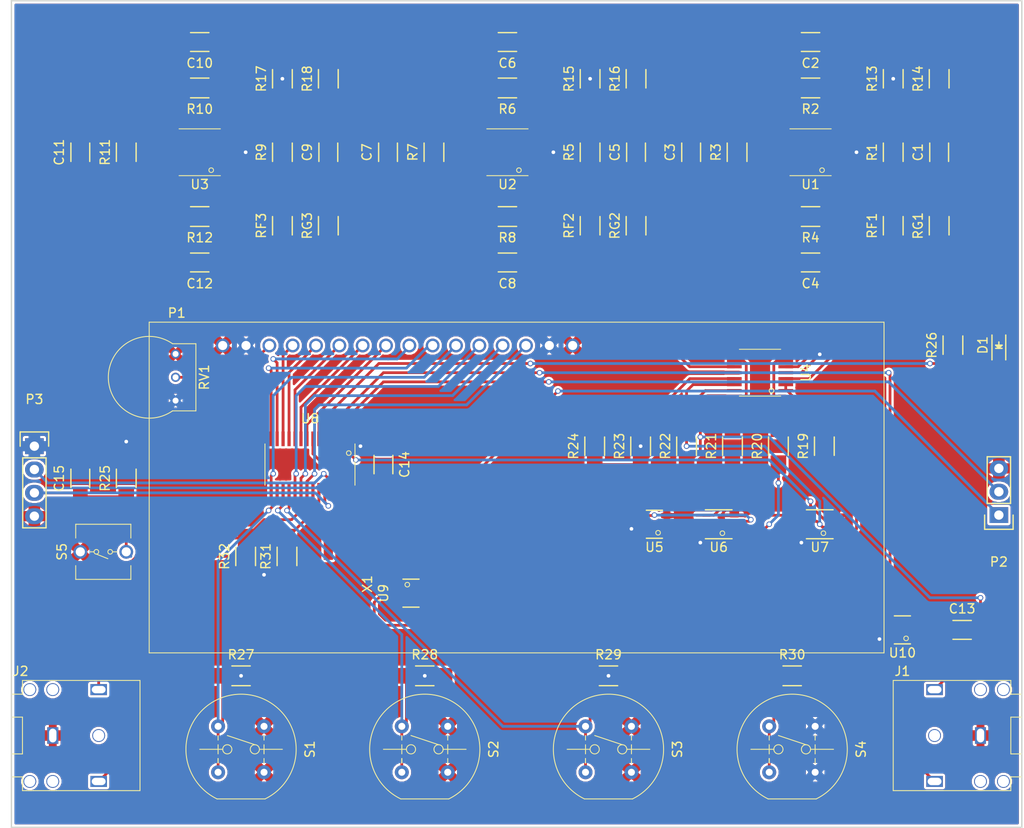
<source format=kicad_pcb>
(kicad_pcb (version 4) (host pcbnew 4.0.5)
  (layers (0 F.Cu signal) (31 B.Cu signal) (34 B.Paste user) (35 F.Paste user) (36 B.SilkS user) (37 F.SilkS user) (38 B.Mask user) (39 F.Mask user) (44 Edge.Cuts user))
  (net 0 "")
  (net 1 GND)
  (net 2 "Net-(C3-Pad1)")
  (net 3 /Oscillators/OSC_MS)
  (net 4 "Net-(C7-Pad1)")
  (net 5 /Oscillators/OSC_Mk)
  (net 6 "Net-(C11-Pad1)")
  (net 7 /Oscillators/OSC_Sp)
  (net 8 /Microcontroller/AUDIO_OUT)
  (net 9 "Net-(C13-Pad2)")
  (net 10 +3V3)
  (net 11 ~RST)
  (net 12 "Net-(D1-Pad2)")
  (net 13 PTT)
  (net 14 PADDLE_DIT)
  (net 15 PADDLE_DAH)
  (net 16 V0)
  (net 17 RS)
  (net 18 R/W)
  (net 19 E)
  (net 20 D0)
  (net 21 D1)
  (net 22 D2)
  (net 23 D3)
  (net 24 D4)
  (net 25 D5)
  (net 26 D6)
  (net 27 D7)
  (net 28 TXD)
  (net 29 RXD)
  (net 30 TEST)
  (net 31 "Net-(R3-Pad2)")
  (net 32 "Net-(R4-Pad2)")
  (net 33 "Net-(R7-Pad2)")
  (net 34 "Net-(R8-Pad2)")
  (net 35 "Net-(R11-Pad2)")
  (net 36 "Net-(R12-Pad2)")
  (net 37 "Net-(R19-Pad1)")
  (net 38 "Net-(R19-Pad2)")
  (net 39 "Net-(R20-Pad1)")
  (net 40 "Net-(R20-Pad2)")
  (net 41 "Net-(R21-Pad1)")
  (net 42 "Net-(R21-Pad2)")
  (net 43 LED)
  (net 44 B1)
  (net 45 B2)
  (net 46 B3)
  (net 47 "Net-(R30-Pad1)")
  (net 48 "Net-(U5-Pad4)")
  (net 49 "Net-(U6-Pad2)")
  (net 50 /Microcontroller/AFSK_EN)
  (net 51 /Microcontroller/MORSE)
  (net 52 TX_KEY)
  (net 53 "Net-(U8-Pad7)")
  (net 54 "Net-(U8-Pad26)")
  (net 55 "Net-(U8-Pad27)")
  (net 56 "Net-(R13-Pad2)")
  (net 57 "Net-(RF1-Pad2)")
  (net 58 "Net-(R1-Pad1)")
  (net 59 "Net-(R2-Pad1)")
  (net 60 "Net-(C1-Pad2)")
  (net 61 "Net-(C2-Pad2)")
  (net 62 "Net-(C5-Pad2)")
  (net 63 "Net-(C6-Pad2)")
  (net 64 "Net-(C9-Pad2)")
  (net 65 "Net-(C10-Pad2)")
  (net 66 "Net-(R5-Pad1)")
  (net 67 "Net-(R6-Pad1)")
  (net 68 "Net-(R9-Pad1)")
  (net 69 "Net-(R10-Pad1)")
  (net 70 "Net-(R15-Pad2)")
  (net 71 "Net-(R17-Pad2)")
  (net 72 "Net-(RF2-Pad2)")
  (net 73 "Net-(RF3-Pad2)")
  (net 74 "Net-(R22-Pad2)")
  (net 75 "Net-(R23-Pad1)")
  (module k7arx:LCD-1602A (layer F.Cu) (at 101.5 86)
    (fp_text reference P1 (at 3 -1) (layer F.SilkS))
    (fp_text value "LCD Header")
    (pad 1 thru_hole circle (at 8 2.54) (size 1.5 1.5) (drill 1) (layers *.Cu *.Mask) (net 1 GND))
    (pad 2 thru_hole circle (at 10.54 2.54) (size 1.5 1.5) (drill 1) (layers *.Cu *.Mask) (net 10 +3V3))
    (pad 3 thru_hole circle (at 13.08 2.54) (size 1.5 1.5) (drill 1) (layers *.Cu *.Mask) (net 16 V0))
    (pad 4 thru_hole circle (at 15.62 2.54) (size 1.5 1.5) (drill 1) (layers *.Cu *.Mask) (net 17 RS))
    (pad 5 thru_hole circle (at 18.16 2.54) (size 1.5 1.5) (drill 1) (layers *.Cu *.Mask) (net 18 R/W))
    (pad 6 thru_hole circle (at 20.7 2.54) (size 1.5 1.5) (drill 1) (layers *.Cu *.Mask) (net 19 E))
    (pad 7 thru_hole circle (at 23.24 2.54) (size 1.5 1.5) (drill 1) (layers *.Cu *.Mask) (net 20 D0))
    (pad 8 thru_hole circle (at 25.78 2.54) (size 1.5 1.5) (drill 1) (layers *.Cu *.Mask) (net 21 D1))
    (pad 9 thru_hole circle (at 28.32 2.54) (size 1.5 1.5) (drill 1) (layers *.Cu *.Mask) (net 22 D2))
    (pad 10 thru_hole circle (at 30.86 2.54) (size 1.5 1.5) (drill 1) (layers *.Cu *.Mask) (net 23 D3))
    (pad 11 thru_hole circle (at 33.4 2.54) (size 1.5 1.5) (drill 1) (layers *.Cu *.Mask) (net 24 D4))
    (pad 12 thru_hole circle (at 35.94 2.54) (size 1.5 1.5) (drill 1) (layers *.Cu *.Mask) (net 25 D5))
    (pad 13 thru_hole circle (at 38.48 2.54) (size 1.5 1.5) (drill 1) (layers *.Cu *.Mask) (net 26 D6))
    (pad 14 thru_hole circle (at 41.02 2.54) (size 1.5 1.5) (drill 1) (layers *.Cu *.Mask) (net 27 D7))
    (pad 15 thru_hole circle (at 43.56 2.54) (size 1.5 1.5) (drill 1) (layers *.Cu *.Mask) (net 10 +3V3))
    (pad 16 thru_hole circle (at 46.1 2.54) (size 1.5 1.5) (drill 1) (layers *.Cu *.Mask) (net 1 GND))
  )
  (module Capacitors_SMD:C_1206_HandSoldering (layer F.Cu) (at 187.5 67.5 90)
    (fp_text reference C1 (at 0 -2.3 90) (layer F.SilkS))
    (fp_text value 2.2nF hide)
    (pad 1 smd rect (at -2 0 90) (size 2 1.6) (layers F.Cu F.Paste F.Mask) (net 1 GND))
    (pad 2 smd rect (at 2 0 90) (size 2 1.6) (layers F.Cu F.Paste F.Mask) (net 60 "Net-(C1-Pad2)"))
  )
  (module Capacitors_SMD:C_1206_HandSoldering (layer F.Cu) (at 173.5 55.5 180)
    (fp_text reference C2 (at 0 -2.3 180) (layer F.SilkS))
    (fp_text value 2.2nF hide)
    (pad 1 smd rect (at -2 0 180) (size 2 1.6) (layers F.Cu F.Paste F.Mask) (net 1 GND))
    (pad 2 smd rect (at 2 0 180) (size 2 1.6) (layers F.Cu F.Paste F.Mask) (net 61 "Net-(C2-Pad2)"))
  )
  (module Capacitors_SMD:C_1206_HandSoldering (layer F.Cu) (at 160.5 67.5 90)
    (fp_text reference C3 (at 0 -2.3 90) (layer F.SilkS))
    (fp_text value 2.2nF hide)
    (pad 1 smd rect (at -2 0 90) (size 2 1.6) (layers F.Cu F.Paste F.Mask) (net 2 "Net-(C3-Pad1)"))
    (pad 2 smd rect (at 2 0 90) (size 2 1.6) (layers F.Cu F.Paste F.Mask) (net 1 GND))
  )
  (module Capacitors_SMD:C_1206_HandSoldering (layer F.Cu) (at 173.5 79.5 180)
    (fp_text reference C4 (at 0 -2.3 180) (layer F.SilkS))
    (fp_text value 2.2nF hide)
    (pad 1 smd rect (at -2 0 180) (size 2 1.6) (layers F.Cu F.Paste F.Mask) (net 3 /Oscillators/OSC_MS))
    (pad 2 smd rect (at 2 0 180) (size 2 1.6) (layers F.Cu F.Paste F.Mask) (net 1 GND))
  )
  (module Capacitors_SMD:C_1206_HandSoldering (layer F.Cu) (at 154.5 67.5 90)
    (fp_text reference C5 (at 0 -2.3 90) (layer F.SilkS))
    (fp_text value 3.3nF hide)
    (pad 1 smd rect (at -2 0 90) (size 2 1.6) (layers F.Cu F.Paste F.Mask) (net 1 GND))
    (pad 2 smd rect (at 2 0 90) (size 2 1.6) (layers F.Cu F.Paste F.Mask) (net 62 "Net-(C5-Pad2)"))
  )
  (module Capacitors_SMD:C_1206_HandSoldering (layer F.Cu) (at 140.5 55.5 180)
    (fp_text reference C6 (at 0 -2.3 180) (layer F.SilkS))
    (fp_text value 3.3nF hide)
    (pad 1 smd rect (at -2 0 180) (size 2 1.6) (layers F.Cu F.Paste F.Mask) (net 1 GND))
    (pad 2 smd rect (at 2 0 180) (size 2 1.6) (layers F.Cu F.Paste F.Mask) (net 63 "Net-(C6-Pad2)"))
  )
  (module Capacitors_SMD:C_1206_HandSoldering (layer F.Cu) (at 127.5 67.5 90)
    (fp_text reference C7 (at 0 -2.3 90) (layer F.SilkS))
    (fp_text value 3.3nF hide)
    (pad 1 smd rect (at -2 0 90) (size 2 1.6) (layers F.Cu F.Paste F.Mask) (net 4 "Net-(C7-Pad1)"))
    (pad 2 smd rect (at 2 0 90) (size 2 1.6) (layers F.Cu F.Paste F.Mask) (net 1 GND))
  )
  (module Capacitors_SMD:C_1206_HandSoldering (layer F.Cu) (at 140.5 79.5 180)
    (fp_text reference C8 (at 0 -2.3 180) (layer F.SilkS))
    (fp_text value 3.3nF hide)
    (pad 1 smd rect (at -2 0 180) (size 2 1.6) (layers F.Cu F.Paste F.Mask) (net 5 /Oscillators/OSC_Mk))
    (pad 2 smd rect (at 2 0 180) (size 2 1.6) (layers F.Cu F.Paste F.Mask) (net 1 GND))
  )
  (module Capacitors_SMD:C_1206_HandSoldering (layer F.Cu) (at 121 67.5 90)
    (fp_text reference C9 (at 0 -2.3 90) (layer F.SilkS))
    (fp_text value 1.8nF hide)
    (pad 1 smd rect (at -2 0 90) (size 2 1.6) (layers F.Cu F.Paste F.Mask) (net 1 GND))
    (pad 2 smd rect (at 2 0 90) (size 2 1.6) (layers F.Cu F.Paste F.Mask) (net 64 "Net-(C9-Pad2)"))
  )
  (module Capacitors_SMD:C_1206_HandSoldering (layer F.Cu) (at 107 55.5 180)
    (fp_text reference C10 (at 0 -2.3 180) (layer F.SilkS))
    (fp_text value 1.8nF hide)
    (pad 1 smd rect (at -2 0 180) (size 2 1.6) (layers F.Cu F.Paste F.Mask) (net 1 GND))
    (pad 2 smd rect (at 2 0 180) (size 2 1.6) (layers F.Cu F.Paste F.Mask) (net 65 "Net-(C10-Pad2)"))
  )
  (module Capacitors_SMD:C_1206_HandSoldering (layer F.Cu) (at 94 67.5 90)
    (fp_text reference C11 (at 0 -2.3 90) (layer F.SilkS))
    (fp_text value 1.8nF hide)
    (pad 1 smd rect (at -2 0 90) (size 2 1.6) (layers F.Cu F.Paste F.Mask) (net 6 "Net-(C11-Pad1)"))
    (pad 2 smd rect (at 2 0 90) (size 2 1.6) (layers F.Cu F.Paste F.Mask) (net 1 GND))
  )
  (module Capacitors_SMD:C_1206_HandSoldering (layer F.Cu) (at 107 79.5 180)
    (fp_text reference C12 (at 0 -2.3 180) (layer F.SilkS))
    (fp_text value 1.8nF hide)
    (pad 1 smd rect (at -2 0 180) (size 2 1.6) (layers F.Cu F.Paste F.Mask) (net 7 /Oscillators/OSC_Sp))
    (pad 2 smd rect (at 2 0 180) (size 2 1.6) (layers F.Cu F.Paste F.Mask) (net 1 GND))
  )
  (module Capacitors_SMD:C_1206_HandSoldering (layer F.Cu) (at 190 119.5)
    (fp_text reference C13 (at 0 -2.3) (layer F.SilkS))
    (fp_text value C hide)
    (pad 1 smd rect (at -2 0) (size 2 1.6) (layers F.Cu F.Paste F.Mask) (net 8 /Microcontroller/AUDIO_OUT))
    (pad 2 smd rect (at 2 0) (size 2 1.6) (layers F.Cu F.Paste F.Mask) (net 9 "Net-(C13-Pad2)"))
  )
  (module Capacitors_SMD:C_1206_HandSoldering (layer F.Cu) (at 127 101.5 270)
    (fp_text reference C14 (at 0 -2.3 270) (layer F.SilkS))
    (fp_text value 0.1uF hide)
    (pad 1 smd rect (at -2 0 270) (size 2 1.6) (layers F.Cu F.Paste F.Mask) (net 10 +3V3))
    (pad 2 smd rect (at 2 0 270) (size 2 1.6) (layers F.Cu F.Paste F.Mask) (net 1 GND))
  )
  (module Capacitors_SMD:C_1206_HandSoldering (layer F.Cu) (at 94 103 90)
    (fp_text reference C15 (at 0 -2.3 90) (layer F.SilkS))
    (fp_text value 100nF hide)
    (pad 1 smd rect (at -2 0 90) (size 2 1.6) (layers F.Cu F.Paste F.Mask) (net 11 ~RST))
    (pad 2 smd rect (at 2 0 90) (size 2 1.6) (layers F.Cu F.Paste F.Mask) (net 1 GND))
  )
  (module LEDs:LED-0805 (layer F.Cu) (at 194 88.5 90)
    (fp_text reference D1 (at 0 -1.75 90) (layer F.SilkS))
    (fp_text value LED hide)
    (pad 2 smd rect (at 1.04902 0 270) (size 1.19888 1.19888) (layers F.Cu F.Paste F.Mask) (net 12 "Net-(D1-Pad2)"))
    (pad 1 smd rect (at -1.04902 0 270) (size 1.19888 1.19888) (layers F.Cu F.Paste F.Mask) (net 1 GND))
  )
  (module k7arx:Jack-TRS-SJ1-3523N (layer F.Cu) (at 196.5 131 180)
    (fp_text reference J1 (at 13 7 180) (layer F.SilkS))
    (fp_text value "Audio Out")
    (pad ~ thru_hole circle (at 2 -5 180) (size 1.4 1.4) (drill 1.2) (layers *.Cu *.Mask))
    (pad ~ thru_hole circle (at 4.5 -5 180) (size 1.4 1.4) (drill 1.2) (layers *.Cu *.Mask))
    (pad ~ thru_hole circle (at 2 5 180) (size 1.4 1.4) (drill 1.2) (layers *.Cu *.Mask))
    (pad ~ thru_hole circle (at 4.5 5 180) (size 1.4 1.4) (drill 1.2) (layers *.Cu *.Mask))
    (pad ~ thru_hole circle (at 9.5 0 180) (size 1.4 1.4) (drill 1.2) (layers *.Cu *.Mask))
    (pad 1 thru_hole rect (at 4.5 0 180) (size 1.2 1.8) (drill oval 0.8 1.5) (layers *.Cu *.Mask) (net 1 GND))
    (pad 2 thru_hole rect (at 9.5 5 180) (size 1.8 1.2) (drill oval 1.5 0.8) (layers *.Cu *.Mask) (net 8 /Microcontroller/AUDIO_OUT))
    (pad 3 thru_hole rect (at 9.5 -5 180) (size 1.8 1.2) (drill oval 1.5 0.8) (layers *.Cu *.Mask) (net 13 PTT))
  )
  (module k7arx:Jack-TRS-SJ1-3523N (layer F.Cu) (at 86.5 131)
    (fp_text reference J2 (at 1 -7) (layer F.SilkS))
    (fp_text value "Paddle Input")
    (pad ~ thru_hole circle (at 2 -5) (size 1.4 1.4) (drill 1.2) (layers *.Cu *.Mask))
    (pad ~ thru_hole circle (at 4.5 -5) (size 1.4 1.4) (drill 1.2) (layers *.Cu *.Mask))
    (pad ~ thru_hole circle (at 2 5) (size 1.4 1.4) (drill 1.2) (layers *.Cu *.Mask))
    (pad ~ thru_hole circle (at 4.5 5) (size 1.4 1.4) (drill 1.2) (layers *.Cu *.Mask))
    (pad ~ thru_hole circle (at 9.5 0) (size 1.4 1.4) (drill 1.2) (layers *.Cu *.Mask))
    (pad 1 thru_hole rect (at 4.5 0) (size 1.2 1.8) (drill oval 0.8 1.5) (layers *.Cu *.Mask) (net 1 GND))
    (pad 2 thru_hole rect (at 9.5 5) (size 1.8 1.2) (drill oval 1.5 0.8) (layers *.Cu *.Mask) (net 14 PADDLE_DIT))
    (pad 3 thru_hole rect (at 9.5 -5) (size 1.8 1.2) (drill oval 1.5 0.8) (layers *.Cu *.Mask) (net 15 PADDLE_DAH))
  )
  (module Pin_Headers:Pin_Header_Straight_1x03 (layer F.Cu) (at 194 107 180)
    (fp_text reference P2 (at 0 -5.1 180) (layer F.SilkS))
    (fp_text value UART)
    (pad 1 thru_hole rect (at 0 0 180) (size 2.032 1.7272) (drill 1.016) (layers *.Cu *.Mask) (net 28 TXD))
    (pad 2 thru_hole oval (at 0 2.54 180) (size 2.032 1.7272) (drill 1.016) (layers *.Cu *.Mask) (net 29 RXD))
    (pad 3 thru_hole oval (at 0 5.08 180) (size 2.032 1.7272) (drill 1.016) (layers *.Cu *.Mask) (net 1 GND))
  )
  (module Pin_Headers:Pin_Header_Straight_1x04 (layer F.Cu) (at 89 99.5)
    (fp_text reference P3 (at 0 -5.1) (layer F.SilkS))
    (fp_text value "SBW JTAG")
    (pad 1 thru_hole rect (at 0 0) (size 2.032 1.7272) (drill 1.016) (layers *.Cu *.Mask) (net 10 +3V3))
    (pad 2 thru_hole oval (at 0 2.54) (size 2.032 1.7272) (drill 1.016) (layers *.Cu *.Mask) (net 30 TEST))
    (pad 3 thru_hole oval (at 0 5.08) (size 2.032 1.7272) (drill 1.016) (layers *.Cu *.Mask) (net 11 ~RST))
    (pad 4 thru_hole oval (at 0 7.62) (size 2.032 1.7272) (drill 1.016) (layers *.Cu *.Mask) (net 1 GND))
  )
  (module Resistors_SMD:R_1206_HandSoldering (layer F.Cu) (at 182.5 67.5 90)
    (fp_text reference R1 (at 0 -2.3 90) (layer F.SilkS))
    (fp_text value 103.3k hide)
    (pad 1 smd rect (at -2 0 90) (size 2 1.7) (layers F.Cu F.Paste F.Mask) (net 58 "Net-(R1-Pad1)"))
    (pad 2 smd rect (at 2 0 90) (size 2 1.7) (layers F.Cu F.Paste F.Mask) (net 60 "Net-(C1-Pad2)"))
  )
  (module Resistors_SMD:R_1206_HandSoldering (layer F.Cu) (at 173.5 60.5 180)
    (fp_text reference R2 (at 0 -2.3 180) (layer F.SilkS))
    (fp_text value 103.3k hide)
    (pad 1 smd rect (at -2 0 180) (size 2 1.7) (layers F.Cu F.Paste F.Mask) (net 59 "Net-(R2-Pad1)"))
    (pad 2 smd rect (at 2 0 180) (size 2 1.7) (layers F.Cu F.Paste F.Mask) (net 61 "Net-(C2-Pad2)"))
  )
  (module Resistors_SMD:R_1206_HandSoldering (layer F.Cu) (at 165.5 67.5 90)
    (fp_text reference R3 (at 0 -2.3 90) (layer F.SilkS))
    (fp_text value 103.3k hide)
    (pad 1 smd rect (at -2 0 90) (size 2 1.7) (layers F.Cu F.Paste F.Mask) (net 2 "Net-(C3-Pad1)"))
    (pad 2 smd rect (at 2 0 90) (size 2 1.7) (layers F.Cu F.Paste F.Mask) (net 31 "Net-(R3-Pad2)"))
  )
  (module Resistors_SMD:R_1206_HandSoldering (layer F.Cu) (at 173.5 74.5 180)
    (fp_text reference R4 (at 0 -2.3 180) (layer F.SilkS))
    (fp_text value 103.3k hide)
    (pad 1 smd rect (at -2 0 180) (size 2 1.7) (layers F.Cu F.Paste F.Mask) (net 3 /Oscillators/OSC_MS))
    (pad 2 smd rect (at 2 0 180) (size 2 1.7) (layers F.Cu F.Paste F.Mask) (net 32 "Net-(R4-Pad2)"))
  )
  (module Resistors_SMD:R_1206_HandSoldering (layer F.Cu) (at 149.5 67.5 90)
    (fp_text reference R5 (at 0 -2.3 90) (layer F.SilkS))
    (fp_text value 40.2k hide)
    (pad 1 smd rect (at -2 0 90) (size 2 1.7) (layers F.Cu F.Paste F.Mask) (net 66 "Net-(R5-Pad1)"))
    (pad 2 smd rect (at 2 0 90) (size 2 1.7) (layers F.Cu F.Paste F.Mask) (net 62 "Net-(C5-Pad2)"))
  )
  (module Resistors_SMD:R_1206_HandSoldering (layer F.Cu) (at 140.5 60.5 180)
    (fp_text reference R6 (at 0 -2.3 180) (layer F.SilkS))
    (fp_text value 40.2k hide)
    (pad 1 smd rect (at -2 0 180) (size 2 1.7) (layers F.Cu F.Paste F.Mask) (net 67 "Net-(R6-Pad1)"))
    (pad 2 smd rect (at 2 0 180) (size 2 1.7) (layers F.Cu F.Paste F.Mask) (net 63 "Net-(C6-Pad2)"))
  )
  (module Resistors_SMD:R_1206_HandSoldering (layer F.Cu) (at 132.5 67.5 90)
    (fp_text reference R7 (at 0 -2.3 90) (layer F.SilkS))
    (fp_text value 40.2k hide)
    (pad 1 smd rect (at -2 0 90) (size 2 1.7) (layers F.Cu F.Paste F.Mask) (net 4 "Net-(C7-Pad1)"))
    (pad 2 smd rect (at 2 0 90) (size 2 1.7) (layers F.Cu F.Paste F.Mask) (net 33 "Net-(R7-Pad2)"))
  )
  (module Resistors_SMD:R_1206_HandSoldering (layer F.Cu) (at 140.5 74.5 180)
    (fp_text reference R8 (at 0 -2.3 180) (layer F.SilkS))
    (fp_text value 40.2k hide)
    (pad 1 smd rect (at -2 0 180) (size 2 1.7) (layers F.Cu F.Paste F.Mask) (net 5 /Oscillators/OSC_Mk))
    (pad 2 smd rect (at 2 0 180) (size 2 1.7) (layers F.Cu F.Paste F.Mask) (net 34 "Net-(R8-Pad2)"))
  )
  (module Resistors_SMD:R_1206_HandSoldering (layer F.Cu) (at 116 67.5 90)
    (fp_text reference R9 (at 0 -2.3 90) (layer F.SilkS))
    (fp_text value 40.2k hide)
    (pad 1 smd rect (at -2 0 90) (size 2 1.7) (layers F.Cu F.Paste F.Mask) (net 68 "Net-(R9-Pad1)"))
    (pad 2 smd rect (at 2 0 90) (size 2 1.7) (layers F.Cu F.Paste F.Mask) (net 64 "Net-(C9-Pad2)"))
  )
  (module Resistors_SMD:R_1206_HandSoldering (layer F.Cu) (at 107 60.5 180)
    (fp_text reference R10 (at 0 -2.3 180) (layer F.SilkS))
    (fp_text value 40.2k hide)
    (pad 1 smd rect (at -2 0 180) (size 2 1.7) (layers F.Cu F.Paste F.Mask) (net 69 "Net-(R10-Pad1)"))
    (pad 2 smd rect (at 2 0 180) (size 2 1.7) (layers F.Cu F.Paste F.Mask) (net 65 "Net-(C10-Pad2)"))
  )
  (module Resistors_SMD:R_1206_HandSoldering (layer F.Cu) (at 99 67.5 90)
    (fp_text reference R11 (at 0 -2.3 90) (layer F.SilkS))
    (fp_text value 40.2k hide)
    (pad 1 smd rect (at -2 0 90) (size 2 1.7) (layers F.Cu F.Paste F.Mask) (net 6 "Net-(C11-Pad1)"))
    (pad 2 smd rect (at 2 0 90) (size 2 1.7) (layers F.Cu F.Paste F.Mask) (net 35 "Net-(R11-Pad2)"))
  )
  (module Resistors_SMD:R_1206_HandSoldering (layer F.Cu) (at 107 74.5 180)
    (fp_text reference R12 (at 0 -2.3 180) (layer F.SilkS))
    (fp_text value 40.2k hide)
    (pad 1 smd rect (at -2 0 180) (size 2 1.7) (layers F.Cu F.Paste F.Mask) (net 7 /Oscillators/OSC_Sp))
    (pad 2 smd rect (at 2 0 180) (size 2 1.7) (layers F.Cu F.Paste F.Mask) (net 36 "Net-(R12-Pad2)"))
  )
  (module Resistors_SMD:R_1206_HandSoldering (layer F.Cu) (at 182.5 59.5 90)
    (fp_text reference R13 (at 0 -2.3 90) (layer F.SilkS))
    (fp_text value R hide)
    (pad 1 smd rect (at -2 0 90) (size 2 1.7) (layers F.Cu F.Paste F.Mask) (net 10 +3V3))
    (pad 2 smd rect (at 2 0 90) (size 2 1.7) (layers F.Cu F.Paste F.Mask) (net 56 "Net-(R13-Pad2)"))
  )
  (module Resistors_SMD:R_1206_HandSoldering (layer F.Cu) (at 187.5 59.5 90)
    (fp_text reference R14 (at 0 -2.3 90) (layer F.SilkS))
    (fp_text value R hide)
    (pad 1 smd rect (at -2 0 90) (size 2 1.7) (layers F.Cu F.Paste F.Mask) (net 1 GND))
    (pad 2 smd rect (at 2 0 90) (size 2 1.7) (layers F.Cu F.Paste F.Mask) (net 56 "Net-(R13-Pad2)"))
  )
  (module Resistors_SMD:R_1206_HandSoldering (layer F.Cu) (at 149.5 59.5 90)
    (fp_text reference R15 (at 0 -2.3 90) (layer F.SilkS))
    (fp_text value R hide)
    (pad 1 smd rect (at -2 0 90) (size 2 1.7) (layers F.Cu F.Paste F.Mask) (net 10 +3V3))
    (pad 2 smd rect (at 2 0 90) (size 2 1.7) (layers F.Cu F.Paste F.Mask) (net 70 "Net-(R15-Pad2)"))
  )
  (module Resistors_SMD:R_1206_HandSoldering (layer F.Cu) (at 154.5 59.5 90)
    (fp_text reference R16 (at 0 -2.3 90) (layer F.SilkS))
    (fp_text value R hide)
    (pad 1 smd rect (at -2 0 90) (size 2 1.7) (layers F.Cu F.Paste F.Mask) (net 1 GND))
    (pad 2 smd rect (at 2 0 90) (size 2 1.7) (layers F.Cu F.Paste F.Mask) (net 70 "Net-(R15-Pad2)"))
  )
  (module Resistors_SMD:R_1206_HandSoldering (layer F.Cu) (at 116 59.5 90)
    (fp_text reference R17 (at 0 -2.3 90) (layer F.SilkS))
    (fp_text value R hide)
    (pad 1 smd rect (at -2 0 90) (size 2 1.7) (layers F.Cu F.Paste F.Mask) (net 10 +3V3))
    (pad 2 smd rect (at 2 0 90) (size 2 1.7) (layers F.Cu F.Paste F.Mask) (net 71 "Net-(R17-Pad2)"))
  )
  (module Resistors_SMD:R_1206_HandSoldering (layer F.Cu) (at 121 59.5 90)
    (fp_text reference R18 (at 0 -2.3 90) (layer F.SilkS))
    (fp_text value R hide)
    (pad 1 smd rect (at -2 0 90) (size 2 1.7) (layers F.Cu F.Paste F.Mask) (net 1 GND))
    (pad 2 smd rect (at 2 0 90) (size 2 1.7) (layers F.Cu F.Paste F.Mask) (net 71 "Net-(R17-Pad2)"))
  )
  (module Resistors_SMD:R_1206_HandSoldering (layer F.Cu) (at 175 99.5 90)
    (fp_text reference R19 (at 0 -2.3 90) (layer F.SilkS))
    (fp_text value R hide)
    (pad 1 smd rect (at -2 0 90) (size 2 1.7) (layers F.Cu F.Paste F.Mask) (net 37 "Net-(R19-Pad1)"))
    (pad 2 smd rect (at 2 0 90) (size 2 1.7) (layers F.Cu F.Paste F.Mask) (net 38 "Net-(R19-Pad2)"))
  )
  (module Resistors_SMD:R_1206_HandSoldering (layer F.Cu) (at 170 99.5 90)
    (fp_text reference R20 (at 0 -2.3 90) (layer F.SilkS))
    (fp_text value R hide)
    (pad 1 smd rect (at -2 0 90) (size 2 1.7) (layers F.Cu F.Paste F.Mask) (net 39 "Net-(R20-Pad1)"))
    (pad 2 smd rect (at 2 0 90) (size 2 1.7) (layers F.Cu F.Paste F.Mask) (net 40 "Net-(R20-Pad2)"))
  )
  (module Resistors_SMD:R_1206_HandSoldering (layer F.Cu) (at 165 99.5 90)
    (fp_text reference R21 (at 0 -2.3 90) (layer F.SilkS))
    (fp_text value R hide)
    (pad 1 smd rect (at -2 0 90) (size 2 1.7) (layers F.Cu F.Paste F.Mask) (net 41 "Net-(R21-Pad1)"))
    (pad 2 smd rect (at 2 0 90) (size 2 1.7) (layers F.Cu F.Paste F.Mask) (net 42 "Net-(R21-Pad2)"))
  )
  (module Resistors_SMD:R_1206_HandSoldering (layer F.Cu) (at 160 99.5 90)
    (fp_text reference R22 (at 0 -2.3 90) (layer F.SilkS))
    (fp_text value R hide)
    (pad 1 smd rect (at -2 0 90) (size 2 1.7) (layers F.Cu F.Paste F.Mask) (net 9 "Net-(C13-Pad2)"))
    (pad 2 smd rect (at 2 0 90) (size 2 1.7) (layers F.Cu F.Paste F.Mask) (net 74 "Net-(R22-Pad2)"))
  )
  (module Resistors_SMD:R_1206_HandSoldering (layer F.Cu) (at 155 99.5 90)
    (fp_text reference R23 (at 0 -2.3 90) (layer F.SilkS))
    (fp_text value R hide)
    (pad 1 smd rect (at -2 0 90) (size 2 1.7) (layers F.Cu F.Paste F.Mask) (net 75 "Net-(R23-Pad1)"))
    (pad 2 smd rect (at 2 0 90) (size 2 1.7) (layers F.Cu F.Paste F.Mask) (net 10 +3V3))
  )
  (module Resistors_SMD:R_1206_HandSoldering (layer F.Cu) (at 150 99.5 90)
    (fp_text reference R24 (at 0 -2.3 90) (layer F.SilkS))
    (fp_text value R hide)
    (pad 1 smd rect (at -2 0 90) (size 2 1.7) (layers F.Cu F.Paste F.Mask) (net 75 "Net-(R23-Pad1)"))
    (pad 2 smd rect (at 2 0 90) (size 2 1.7) (layers F.Cu F.Paste F.Mask) (net 1 GND))
  )
  (module Resistors_SMD:R_1206_HandSoldering (layer F.Cu) (at 99 103 90)
    (fp_text reference R25 (at 0 -2.3 90) (layer F.SilkS))
    (fp_text value R hide)
    (pad 1 smd rect (at -2 0 90) (size 2 1.7) (layers F.Cu F.Paste F.Mask) (net 11 ~RST))
    (pad 2 smd rect (at 2 0 90) (size 2 1.7) (layers F.Cu F.Paste F.Mask) (net 10 +3V3))
  )
  (module Resistors_SMD:R_1206_HandSoldering (layer F.Cu) (at 189 88.5 90)
    (fp_text reference R26 (at 0 -2.3 90) (layer F.SilkS))
    (fp_text value 330 hide)
    (pad 1 smd rect (at -2 0 90) (size 2 1.7) (layers F.Cu F.Paste F.Mask) (net 43 LED))
    (pad 2 smd rect (at 2 0 90) (size 2 1.7) (layers F.Cu F.Paste F.Mask) (net 12 "Net-(D1-Pad2)"))
  )
  (module Resistors_SMD:R_1206_HandSoldering (layer F.Cu) (at 111.5 124.5)
    (fp_text reference R27 (at 0 -2.3) (layer F.SilkS))
    (fp_text value R hide)
    (pad 1 smd rect (at -2 0) (size 2 1.7) (layers F.Cu F.Paste F.Mask) (net 44 B1))
    (pad 2 smd rect (at 2 0) (size 2 1.7) (layers F.Cu F.Paste F.Mask) (net 10 +3V3))
  )
  (module Resistors_SMD:R_1206_HandSoldering (layer F.Cu) (at 131.5 124.5)
    (fp_text reference R28 (at 0 -2.3) (layer F.SilkS))
    (fp_text value R hide)
    (pad 1 smd rect (at -2 0) (size 2 1.7) (layers F.Cu F.Paste F.Mask) (net 45 B2))
    (pad 2 smd rect (at 2 0) (size 2 1.7) (layers F.Cu F.Paste F.Mask) (net 10 +3V3))
  )
  (module Resistors_SMD:R_1206_HandSoldering (layer F.Cu) (at 151.5 124.5)
    (fp_text reference R29 (at 0 -2.3) (layer F.SilkS))
    (fp_text value R hide)
    (pad 1 smd rect (at -2 0) (size 2 1.7) (layers F.Cu F.Paste F.Mask) (net 46 B3))
    (pad 2 smd rect (at 2 0) (size 2 1.7) (layers F.Cu F.Paste F.Mask) (net 10 +3V3))
  )
  (module Resistors_SMD:R_1206_HandSoldering (layer F.Cu) (at 171.5 124.5)
    (fp_text reference R30 (at 0 -2.3) (layer F.SilkS))
    (fp_text value R hide)
    (pad 1 smd rect (at -2 0) (size 2 1.7) (layers F.Cu F.Paste F.Mask) (net 47 "Net-(R30-Pad1)"))
    (pad 2 smd rect (at 2 0) (size 2 1.7) (layers F.Cu F.Paste F.Mask) (net 1 GND))
  )
  (module Resistors_SMD:R_1206_HandSoldering (layer F.Cu) (at 116.5 111.5 90)
    (fp_text reference R31 (at 0 -2.3 90) (layer F.SilkS))
    (fp_text value R hide)
    (pad 1 smd rect (at -2 0 90) (size 2 1.7) (layers F.Cu F.Paste F.Mask) (net 10 +3V3))
    (pad 2 smd rect (at 2 0 90) (size 2 1.7) (layers F.Cu F.Paste F.Mask) (net 14 PADDLE_DIT))
  )
  (module Resistors_SMD:R_1206_HandSoldering (layer F.Cu) (at 112 111.5 90)
    (fp_text reference R32 (at 0 -2.3 90) (layer F.SilkS))
    (fp_text value R hide)
    (pad 1 smd rect (at -2 0 90) (size 2 1.7) (layers F.Cu F.Paste F.Mask) (net 10 +3V3))
    (pad 2 smd rect (at 2 0 90) (size 2 1.7) (layers F.Cu F.Paste F.Mask) (net 15 PADDLE_DAH))
  )
  (module Resistors_SMD:R_1206_HandSoldering (layer F.Cu) (at 182.5 75.5 90)
    (fp_text reference RF1 (at 0 -2.3 90) (layer F.SilkS))
    (fp_text value 360k hide)
    (pad 1 smd rect (at -2 0 90) (size 2 1.7) (layers F.Cu F.Paste F.Mask) (net 3 /Oscillators/OSC_MS))
    (pad 2 smd rect (at 2 0 90) (size 2 1.7) (layers F.Cu F.Paste F.Mask) (net 57 "Net-(RF1-Pad2)"))
  )
  (module Resistors_SMD:R_1206_HandSoldering (layer F.Cu) (at 149.5 75.5 90)
    (fp_text reference RF2 (at 0 -2.3 90) (layer F.SilkS))
    (fp_text value 360k hide)
    (pad 1 smd rect (at -2 0 90) (size 2 1.7) (layers F.Cu F.Paste F.Mask) (net 5 /Oscillators/OSC_Mk))
    (pad 2 smd rect (at 2 0 90) (size 2 1.7) (layers F.Cu F.Paste F.Mask) (net 72 "Net-(RF2-Pad2)"))
  )
  (module Resistors_SMD:R_1206_HandSoldering (layer F.Cu) (at 116 75.5 90)
    (fp_text reference RF3 (at 0 -2.3 90) (layer F.SilkS))
    (fp_text value 360k hide)
    (pad 1 smd rect (at -2 0 90) (size 2 1.7) (layers F.Cu F.Paste F.Mask) (net 7 /Oscillators/OSC_Sp))
    (pad 2 smd rect (at 2 0 90) (size 2 1.7) (layers F.Cu F.Paste F.Mask) (net 73 "Net-(RF3-Pad2)"))
  )
  (module Resistors_SMD:R_1206_HandSoldering (layer F.Cu) (at 187.5 75.5 90)
    (fp_text reference RG1 (at 0 -2.3 90) (layer F.SilkS))
    (fp_text value 1.5M hide)
    (pad 1 smd rect (at -2 0 90) (size 2 1.7) (layers F.Cu F.Paste F.Mask) (net 57 "Net-(RF1-Pad2)"))
    (pad 2 smd rect (at 2 0 90) (size 2 1.7) (layers F.Cu F.Paste F.Mask) (net 58 "Net-(R1-Pad1)"))
  )
  (module Resistors_SMD:R_1206_HandSoldering (layer F.Cu) (at 154.5 75.5 90)
    (fp_text reference RG2 (at 0 -2.3 90) (layer F.SilkS))
    (fp_text value 1.5M hide)
    (pad 1 smd rect (at -2 0 90) (size 2 1.7) (layers F.Cu F.Paste F.Mask) (net 72 "Net-(RF2-Pad2)"))
    (pad 2 smd rect (at 2 0 90) (size 2 1.7) (layers F.Cu F.Paste F.Mask) (net 66 "Net-(R5-Pad1)"))
  )
  (module Resistors_SMD:R_1206_HandSoldering (layer F.Cu) (at 121 75.5 90)
    (fp_text reference RG3 (at 0 -2.3 90) (layer F.SilkS))
    (fp_text value 1.5M hide)
    (pad 1 smd rect (at -2 0 90) (size 2 1.7) (layers F.Cu F.Paste F.Mask) (net 73 "Net-(RF3-Pad2)"))
    (pad 2 smd rect (at 2 0 90) (size 2 1.7) (layers F.Cu F.Paste F.Mask) (net 68 "Net-(R9-Pad1)"))
  )
  (module k7arx:POT-3352T (layer F.Cu) (at 101.5 92 90)
    (fp_text reference RV1 (at 0 6 90) (layer F.SilkS))
    (fp_text value 20k hide)
    (pad 1 thru_hole circle (at -2.54 2.87 90) (size 1 1) (drill 0.65) (layers *.Cu *.Mask) (net 10 +3V3))
    (pad 2 thru_hole circle (at 0 2.87 90) (size 1 1) (drill 0.65) (layers *.Cu *.Mask) (net 16 V0))
    (pad 3 thru_hole circle (at 2.54 2.87 90) (size 1 1) (drill 0.65) (layers *.Cu *.Mask) (net 1 GND))
  )
  (module k7arx:SPST-D6xxx (layer F.Cu) (at 111.5 132.5 90)
    (fp_text reference S1 (at 0 7.5 90) (layer F.SilkS))
    (fp_text value TactileSwitch_NO hide)
    (pad 1 thru_hole circle (at -2.5 -2.5 90) (size 1.524 1.524) (drill 0.762) (layers *.Cu *.Mask) (net 44 B1))
    (pad 1 thru_hole circle (at 2.5 -2.5 90) (size 1.524 1.524) (drill 0.762) (layers *.Cu *.Mask) (net 44 B1))
    (pad 2 thru_hole circle (at -2.5 2.5 90) (size 1.524 1.524) (drill 0.762) (layers *.Cu *.Mask) (net 1 GND))
    (pad 2 thru_hole circle (at 2.5 2.5 90) (size 1.524 1.524) (drill 0.762) (layers *.Cu *.Mask) (net 1 GND))
  )
  (module k7arx:SPST-D6xxx (layer F.Cu) (at 131.5 132.5 90)
    (fp_text reference S2 (at 0 7.5 90) (layer F.SilkS))
    (fp_text value TactileSwitch_NO hide)
    (pad 1 thru_hole circle (at -2.5 -2.5 90) (size 1.524 1.524) (drill 0.762) (layers *.Cu *.Mask) (net 45 B2))
    (pad 1 thru_hole circle (at 2.5 -2.5 90) (size 1.524 1.524) (drill 0.762) (layers *.Cu *.Mask) (net 45 B2))
    (pad 2 thru_hole circle (at -2.5 2.5 90) (size 1.524 1.524) (drill 0.762) (layers *.Cu *.Mask) (net 1 GND))
    (pad 2 thru_hole circle (at 2.5 2.5 90) (size 1.524 1.524) (drill 0.762) (layers *.Cu *.Mask) (net 1 GND))
  )
  (module k7arx:SPST-D6xxx (layer F.Cu) (at 151.5 132.5 90)
    (fp_text reference S3 (at 0 7.5 90) (layer F.SilkS))
    (fp_text value TactileSwitch_NO hide)
    (pad 1 thru_hole circle (at -2.5 -2.5 90) (size 1.524 1.524) (drill 0.762) (layers *.Cu *.Mask) (net 46 B3))
    (pad 1 thru_hole circle (at 2.5 -2.5 90) (size 1.524 1.524) (drill 0.762) (layers *.Cu *.Mask) (net 46 B3))
    (pad 2 thru_hole circle (at -2.5 2.5 90) (size 1.524 1.524) (drill 0.762) (layers *.Cu *.Mask) (net 1 GND))
    (pad 2 thru_hole circle (at 2.5 2.5 90) (size 1.524 1.524) (drill 0.762) (layers *.Cu *.Mask) (net 1 GND))
  )
  (module k7arx:SPST-D6xxx (layer F.Cu) (at 171.5 132.5 90)
    (fp_text reference S4 (at 0 7.5 90) (layer F.SilkS))
    (fp_text value TactileSwitch_NO hide)
    (pad 1 thru_hole circle (at -2.5 -2.5 90) (size 1.524 1.524) (drill 0.762) (layers *.Cu *.Mask) (net 47 "Net-(R30-Pad1)"))
    (pad 1 thru_hole circle (at 2.5 -2.5 90) (size 1.524 1.524) (drill 0.762) (layers *.Cu *.Mask) (net 47 "Net-(R30-Pad1)"))
    (pad 2 thru_hole circle (at -2.5 2.5 90) (size 1.524 1.524) (drill 0.762) (layers *.Cu *.Mask) (net 10 +3V3))
    (pad 2 thru_hole circle (at 2.5 2.5 90) (size 1.524 1.524) (drill 0.762) (layers *.Cu *.Mask) (net 10 +3V3))
  )
  (module k7arx:SPST-EVQ2 (layer F.Cu) (at 96.5 111 270)
    (fp_text reference S5 (at 0 4.5 270) (layer F.SilkS))
    (fp_text value TactileSwitch_NO hide)
    (pad 1 thru_hole circle (at 0 2.5 270) (size 1.5 1.5) (drill 1) (layers *.Cu *.Mask) (net 1 GND))
    (pad 2 thru_hole circle (at 0 -2.5 270) (size 1.5 1.5) (drill 1) (layers *.Cu *.Mask) (net 11 ~RST))
  )
  (module texas-instruments:PW-14 (layer F.Cu) (at 173.5 67.5 90)
    (fp_text reference U1 (at -3.5 0 180) (layer F.SilkS))
    (fp_text value OPA4322 hide)
    (pad 1 smd rect (at -1.95 2.8 90) (size 0.35 1.6) (layers F.Cu F.Paste F.Mask) (net 58 "Net-(R1-Pad1)"))
    (pad 2 smd rect (at -1.3 2.8 90) (size 0.35 1.6) (layers F.Cu F.Paste F.Mask) (net 56 "Net-(R13-Pad2)"))
    (pad 3 smd rect (at -0.65 2.8 90) (size 0.35 1.6) (layers F.Cu F.Paste F.Mask) (net 57 "Net-(RF1-Pad2)"))
    (pad 4 smd rect (at 0 2.8 90) (size 0.35 1.6) (layers F.Cu F.Paste F.Mask) (net 10 +3V3))
    (pad 5 smd rect (at 0.65 2.8 90) (size 0.35 1.6) (layers F.Cu F.Paste F.Mask) (net 59 "Net-(R2-Pad1)"))
    (pad 6 smd rect (at 1.3 2.8 90) (size 0.35 1.6) (layers F.Cu F.Paste F.Mask) (net 60 "Net-(C1-Pad2)"))
    (pad 7 smd rect (at 1.95 2.8 90) (size 0.35 1.6) (layers F.Cu F.Paste F.Mask) (net 59 "Net-(R2-Pad1)"))
    (pad 8 smd rect (at 1.95 -2.8 90) (size 0.35 1.6) (layers F.Cu F.Paste F.Mask) (net 31 "Net-(R3-Pad2)"))
    (pad 9 smd rect (at 1.3 -2.8 90) (size 0.35 1.6) (layers F.Cu F.Paste F.Mask) (net 61 "Net-(C2-Pad2)"))
    (pad 10 smd rect (at 0.65 -2.8 90) (size 0.35 1.6) (layers F.Cu F.Paste F.Mask) (net 31 "Net-(R3-Pad2)"))
    (pad 11 smd rect (at 0 -2.8 90) (size 0.35 1.6) (layers F.Cu F.Paste F.Mask) (net 1 GND))
    (pad 12 smd rect (at -0.65 -2.8 90) (size 0.35 1.6) (layers F.Cu F.Paste F.Mask) (net 32 "Net-(R4-Pad2)"))
    (pad 13 smd rect (at -1.3 -2.8 90) (size 0.35 1.6) (layers F.Cu F.Paste F.Mask) (net 2 "Net-(C3-Pad1)"))
    (pad 14 smd rect (at -1.95 -2.8 90) (size 0.35 1.6) (layers F.Cu F.Paste F.Mask) (net 32 "Net-(R4-Pad2)"))
  )
  (module texas-instruments:PW-14 (layer F.Cu) (at 140.5 67.5 90)
    (fp_text reference U2 (at -3.5 0 180) (layer F.SilkS))
    (fp_text value OPA4322 hide)
    (pad 1 smd rect (at -1.95 2.8 90) (size 0.35 1.6) (layers F.Cu F.Paste F.Mask) (net 66 "Net-(R5-Pad1)"))
    (pad 2 smd rect (at -1.3 2.8 90) (size 0.35 1.6) (layers F.Cu F.Paste F.Mask) (net 70 "Net-(R15-Pad2)"))
    (pad 3 smd rect (at -0.65 2.8 90) (size 0.35 1.6) (layers F.Cu F.Paste F.Mask) (net 72 "Net-(RF2-Pad2)"))
    (pad 4 smd rect (at 0 2.8 90) (size 0.35 1.6) (layers F.Cu F.Paste F.Mask) (net 10 +3V3))
    (pad 5 smd rect (at 0.65 2.8 90) (size 0.35 1.6) (layers F.Cu F.Paste F.Mask) (net 67 "Net-(R6-Pad1)"))
    (pad 6 smd rect (at 1.3 2.8 90) (size 0.35 1.6) (layers F.Cu F.Paste F.Mask) (net 62 "Net-(C5-Pad2)"))
    (pad 7 smd rect (at 1.95 2.8 90) (size 0.35 1.6) (layers F.Cu F.Paste F.Mask) (net 67 "Net-(R6-Pad1)"))
    (pad 8 smd rect (at 1.95 -2.8 90) (size 0.35 1.6) (layers F.Cu F.Paste F.Mask) (net 33 "Net-(R7-Pad2)"))
    (pad 9 smd rect (at 1.3 -2.8 90) (size 0.35 1.6) (layers F.Cu F.Paste F.Mask) (net 63 "Net-(C6-Pad2)"))
    (pad 10 smd rect (at 0.65 -2.8 90) (size 0.35 1.6) (layers F.Cu F.Paste F.Mask) (net 33 "Net-(R7-Pad2)"))
    (pad 11 smd rect (at 0 -2.8 90) (size 0.35 1.6) (layers F.Cu F.Paste F.Mask) (net 1 GND))
    (pad 12 smd rect (at -0.65 -2.8 90) (size 0.35 1.6) (layers F.Cu F.Paste F.Mask) (net 34 "Net-(R8-Pad2)"))
    (pad 13 smd rect (at -1.3 -2.8 90) (size 0.35 1.6) (layers F.Cu F.Paste F.Mask) (net 4 "Net-(C7-Pad1)"))
    (pad 14 smd rect (at -1.95 -2.8 90) (size 0.35 1.6) (layers F.Cu F.Paste F.Mask) (net 34 "Net-(R8-Pad2)"))
  )
  (module texas-instruments:PW-14 (layer F.Cu) (at 107 67.5 90)
    (fp_text reference U3 (at -3.5 0 180) (layer F.SilkS))
    (fp_text value OPA4322 hide)
    (pad 1 smd rect (at -1.95 2.8 90) (size 0.35 1.6) (layers F.Cu F.Paste F.Mask) (net 68 "Net-(R9-Pad1)"))
    (pad 2 smd rect (at -1.3 2.8 90) (size 0.35 1.6) (layers F.Cu F.Paste F.Mask) (net 71 "Net-(R17-Pad2)"))
    (pad 3 smd rect (at -0.65 2.8 90) (size 0.35 1.6) (layers F.Cu F.Paste F.Mask) (net 73 "Net-(RF3-Pad2)"))
    (pad 4 smd rect (at 0 2.8 90) (size 0.35 1.6) (layers F.Cu F.Paste F.Mask) (net 10 +3V3))
    (pad 5 smd rect (at 0.65 2.8 90) (size 0.35 1.6) (layers F.Cu F.Paste F.Mask) (net 69 "Net-(R10-Pad1)"))
    (pad 6 smd rect (at 1.3 2.8 90) (size 0.35 1.6) (layers F.Cu F.Paste F.Mask) (net 64 "Net-(C9-Pad2)"))
    (pad 7 smd rect (at 1.95 2.8 90) (size 0.35 1.6) (layers F.Cu F.Paste F.Mask) (net 69 "Net-(R10-Pad1)"))
    (pad 8 smd rect (at 1.95 -2.8 90) (size 0.35 1.6) (layers F.Cu F.Paste F.Mask) (net 35 "Net-(R11-Pad2)"))
    (pad 9 smd rect (at 1.3 -2.8 90) (size 0.35 1.6) (layers F.Cu F.Paste F.Mask) (net 65 "Net-(C10-Pad2)"))
    (pad 10 smd rect (at 0.65 -2.8 90) (size 0.35 1.6) (layers F.Cu F.Paste F.Mask) (net 35 "Net-(R11-Pad2)"))
    (pad 11 smd rect (at 0 -2.8 90) (size 0.35 1.6) (layers F.Cu F.Paste F.Mask) (net 1 GND))
    (pad 12 smd rect (at -0.65 -2.8 90) (size 0.35 1.6) (layers F.Cu F.Paste F.Mask) (net 36 "Net-(R12-Pad2)"))
    (pad 13 smd rect (at -1.3 -2.8 90) (size 0.35 1.6) (layers F.Cu F.Paste F.Mask) (net 6 "Net-(C11-Pad1)"))
    (pad 14 smd rect (at -1.95 -2.8 90) (size 0.35 1.6) (layers F.Cu F.Paste F.Mask) (net 36 "Net-(R12-Pad2)"))
  )
  (module texas-instruments:PW-14 (layer F.Cu) (at 168 91.5 90)
    (fp_text reference U4 (at 0 5 90) (layer F.SilkS))
    (fp_text value OPA4322 hide)
    (pad 1 smd rect (at -1.95 2.8 90) (size 0.35 1.6) (layers F.Cu F.Paste F.Mask) (net 38 "Net-(R19-Pad2)"))
    (pad 2 smd rect (at -1.3 2.8 90) (size 0.35 1.6) (layers F.Cu F.Paste F.Mask) (net 38 "Net-(R19-Pad2)"))
    (pad 3 smd rect (at -0.65 2.8 90) (size 0.35 1.6) (layers F.Cu F.Paste F.Mask) (net 3 /Oscillators/OSC_MS))
    (pad 4 smd rect (at 0 2.8 90) (size 0.35 1.6) (layers F.Cu F.Paste F.Mask) (net 10 +3V3))
    (pad 5 smd rect (at 0.65 2.8 90) (size 0.35 1.6) (layers F.Cu F.Paste F.Mask) (net 5 /Oscillators/OSC_Mk))
    (pad 6 smd rect (at 1.3 2.8 90) (size 0.35 1.6) (layers F.Cu F.Paste F.Mask) (net 40 "Net-(R20-Pad2)"))
    (pad 7 smd rect (at 1.95 2.8 90) (size 0.35 1.6) (layers F.Cu F.Paste F.Mask) (net 40 "Net-(R20-Pad2)"))
    (pad 8 smd rect (at 1.95 -2.8 90) (size 0.35 1.6) (layers F.Cu F.Paste F.Mask) (net 42 "Net-(R21-Pad2)"))
    (pad 9 smd rect (at 1.3 -2.8 90) (size 0.35 1.6) (layers F.Cu F.Paste F.Mask) (net 42 "Net-(R21-Pad2)"))
    (pad 10 smd rect (at 0.65 -2.8 90) (size 0.35 1.6) (layers F.Cu F.Paste F.Mask) (net 7 /Oscillators/OSC_Sp))
    (pad 11 smd rect (at 0 -2.8 90) (size 0.35 1.6) (layers F.Cu F.Paste F.Mask) (net 1 GND))
    (pad 12 smd rect (at -0.65 -2.8 90) (size 0.35 1.6) (layers F.Cu F.Paste F.Mask) (net 75 "Net-(R23-Pad1)"))
    (pad 13 smd rect (at -1.3 -2.8 90) (size 0.35 1.6) (layers F.Cu F.Paste F.Mask) (net 74 "Net-(R22-Pad2)"))
    (pad 14 smd rect (at -1.95 -2.8 90) (size 0.35 1.6) (layers F.Cu F.Paste F.Mask) (net 9 "Net-(C13-Pad2)"))
  )
  (module texas-instruments:DBV (layer F.Cu) (at 156.5 108 90)
    (fp_text reference U5 (at -2.5 0 180) (layer F.SilkS))
    (fp_text value SN74AHC1G14 hide)
    (pad 5 smd rect (at -0.95 -1.35 90) (size 0.6 1.05) (layers F.Cu F.Paste F.Mask) (net 10 +3V3))
    (pad 4 smd rect (at 0.95 -1.35 90) (size 0.6 1.05) (layers F.Cu F.Paste F.Mask) (net 48 "Net-(U5-Pad4)"))
    (pad 1 smd rect (at -0.95 1.35 90) (size 0.6 1.05) (layers F.Cu F.Paste F.Mask) (net 28 TXD))
    (pad 2 smd rect (at 0 1.35 90) (size 0.6 1.05) (layers F.Cu F.Paste F.Mask))
    (pad 3 smd rect (at 0.95 1.35 90) (size 0.6 1.05) (layers F.Cu F.Paste F.Mask) (net 1 GND))
  )
  (module texas-instruments:DCT (layer F.Cu) (at 163.5 108 90)
    (fp_text reference U6 (at -2.5 0 180) (layer F.SilkS))
    (fp_text value TS5A2066 hide)
    (pad 1 smd rect (at -0.975 1.7 90) (size 0.3 1.6) (layers F.Cu F.Paste F.Mask) (net 39 "Net-(R20-Pad1)"))
    (pad 2 smd rect (at -0.325 1.7 90) (size 0.3 1.6) (layers F.Cu F.Paste F.Mask) (net 49 "Net-(U6-Pad2)"))
    (pad 3 smd rect (at 0.325 1.7 90) (size 0.3 1.6) (layers F.Cu F.Paste F.Mask) (net 48 "Net-(U5-Pad4)"))
    (pad 4 smd rect (at 0.975 1.7 90) (size 0.3 1.6) (layers F.Cu F.Paste F.Mask) (net 1 GND))
    (pad 5 smd rect (at 0.975 -1.7 90) (size 0.3 1.6) (layers F.Cu F.Paste F.Mask) (net 41 "Net-(R21-Pad1)"))
    (pad 6 smd rect (at 0.325 -1.7 90) (size 0.3 1.6) (layers F.Cu F.Paste F.Mask) (net 49 "Net-(U6-Pad2)"))
    (pad 7 smd rect (at -0.325 -1.7 90) (size 0.3 1.6) (layers F.Cu F.Paste F.Mask) (net 28 TXD))
    (pad 8 smd rect (at -0.975 -1.7 90) (size 0.3 1.6) (layers F.Cu F.Paste F.Mask) (net 10 +3V3))
  )
  (module texas-instruments:DCT (layer F.Cu) (at 174.5 108 90)
    (fp_text reference U7 (at -2.5 0 180) (layer F.SilkS))
    (fp_text value TS5A2066 hide)
    (pad 1 smd rect (at -0.975 1.7 90) (size 0.3 1.6) (layers F.Cu F.Paste F.Mask) (net 37 "Net-(R19-Pad1)"))
    (pad 2 smd rect (at -0.325 1.7 90) (size 0.3 1.6) (layers F.Cu F.Paste F.Mask) (net 74 "Net-(R22-Pad2)"))
    (pad 3 smd rect (at 0.325 1.7 90) (size 0.3 1.6) (layers F.Cu F.Paste F.Mask) (net 50 /Microcontroller/AFSK_EN))
    (pad 4 smd rect (at 0.975 1.7 90) (size 0.3 1.6) (layers F.Cu F.Paste F.Mask) (net 1 GND))
    (pad 5 smd rect (at 0.975 -1.7 90) (size 0.3 1.6) (layers F.Cu F.Paste F.Mask) (net 49 "Net-(U6-Pad2)"))
    (pad 6 smd rect (at 0.325 -1.7 90) (size 0.3 1.6) (layers F.Cu F.Paste F.Mask) (net 74 "Net-(R22-Pad2)"))
    (pad 7 smd rect (at -0.325 -1.7 90) (size 0.3 1.6) (layers F.Cu F.Paste F.Mask) (net 51 /Microcontroller/MORSE))
    (pad 8 smd rect (at -0.975 -1.7 90) (size 0.3 1.6) (layers F.Cu F.Paste F.Mask) (net 10 +3V3))
  )
  (module texas-instruments:PW-28 (layer F.Cu) (at 119 101.5 180)
    (fp_text reference U8 (at 0 5 180) (layer F.SilkS))
    (fp_text value MSP430G2513 hide)
    (pad 1 smd rect (at -4.225 2.8 180) (size 0.35 1.6) (layers F.Cu F.Paste F.Mask) (net 10 +3V3))
    (pad 2 smd rect (at -3.575 2.8 180) (size 0.35 1.6) (layers F.Cu F.Paste F.Mask) (net 50 /Microcontroller/AFSK_EN))
    (pad 3 smd rect (at -2.925 2.8 180) (size 0.35 1.6) (layers F.Cu F.Paste F.Mask) (net 29 RXD))
    (pad 4 smd rect (at -2.275 2.8 180) (size 0.35 1.6) (layers F.Cu F.Paste F.Mask) (net 28 TXD))
    (pad 5 smd rect (at -1.625 2.8 180) (size 0.35 1.6) (layers F.Cu F.Paste F.Mask) (net 52 TX_KEY))
    (pad 6 smd rect (at -0.975 2.8 180) (size 0.35 1.6) (layers F.Cu F.Paste F.Mask) (net 43 LED))
    (pad 7 smd rect (at -0.325 2.8 180) (size 0.35 1.6) (layers F.Cu F.Paste F.Mask) (net 53 "Net-(U8-Pad7)"))
    (pad 8 smd rect (at 0.325 2.8 180) (size 0.35 1.6) (layers F.Cu F.Paste F.Mask) (net 21 D1))
    (pad 9 smd rect (at 0.975 2.8 180) (size 0.35 1.6) (layers F.Cu F.Paste F.Mask) (net 20 D0))
    (pad 10 smd rect (at 1.625 2.8 180) (size 0.35 1.6) (layers F.Cu F.Paste F.Mask) (net 19 E))
    (pad 11 smd rect (at 2.275 2.8 180) (size 0.35 1.6) (layers F.Cu F.Paste F.Mask) (net 18 R/W))
    (pad 12 smd rect (at 2.925 2.8 180) (size 0.35 1.6) (layers F.Cu F.Paste F.Mask) (net 17 RS))
    (pad 13 smd rect (at 3.575 2.8 180) (size 0.35 1.6) (layers F.Cu F.Paste F.Mask) (net 22 D2))
    (pad 14 smd rect (at 4.225 2.8 180) (size 0.35 1.6) (layers F.Cu F.Paste F.Mask) (net 23 D3))
    (pad 15 smd rect (at 4.225 -2.8 180) (size 0.35 1.6) (layers F.Cu F.Paste F.Mask) (net 24 D4))
    (pad 16 smd rect (at 3.575 -2.8 180) (size 0.35 1.6) (layers F.Cu F.Paste F.Mask) (net 44 B1))
    (pad 17 smd rect (at 2.925 -2.8 180) (size 0.35 1.6) (layers F.Cu F.Paste F.Mask) (net 45 B2))
    (pad 18 smd rect (at 2.275 -2.8 180) (size 0.35 1.6) (layers F.Cu F.Paste F.Mask) (net 46 B3))
    (pad 19 smd rect (at 1.625 -2.8 180) (size 0.35 1.6) (layers F.Cu F.Paste F.Mask) (net 25 D5))
    (pad 20 smd rect (at 0.975 -2.8 180) (size 0.35 1.6) (layers F.Cu F.Paste F.Mask) (net 26 D6))
    (pad 21 smd rect (at 0.325 -2.8 180) (size 0.35 1.6) (layers F.Cu F.Paste F.Mask) (net 27 D7))
    (pad 22 smd rect (at -0.325 -2.8 180) (size 0.35 1.6) (layers F.Cu F.Paste F.Mask) (net 15 PADDLE_DAH))
    (pad 23 smd rect (at -0.975 -2.8 180) (size 0.35 1.6) (layers F.Cu F.Paste F.Mask) (net 14 PADDLE_DIT))
    (pad 24 smd rect (at -1.625 -2.8 180) (size 0.35 1.6) (layers F.Cu F.Paste F.Mask) (net 11 ~RST))
    (pad 25 smd rect (at -2.275 -2.8 180) (size 0.35 1.6) (layers F.Cu F.Paste F.Mask) (net 30 TEST))
    (pad 26 smd rect (at -2.925 -2.8 180) (size 0.35 1.6) (layers F.Cu F.Paste F.Mask) (net 54 "Net-(U8-Pad26)"))
    (pad 27 smd rect (at -3.575 -2.8 180) (size 0.35 1.6) (layers F.Cu F.Paste F.Mask) (net 55 "Net-(U8-Pad27)"))
    (pad 28 smd rect (at -4.225 -2.8 180) (size 0.35 1.6) (layers F.Cu F.Paste F.Mask) (net 1 GND))
  )
  (module texas-instruments:DBV (layer F.Cu) (at 130 115.5 270)
    (fp_text reference U9 (at 0 3 270) (layer F.SilkS))
    (fp_text value SN74AHC1G32 hide)
    (pad 5 smd rect (at -0.95 -1.35 270) (size 0.6 1.05) (layers F.Cu F.Paste F.Mask))
    (pad 4 smd rect (at 0.95 -1.35 270) (size 0.6 1.05) (layers F.Cu F.Paste F.Mask) (net 51 /Microcontroller/MORSE))
    (pad 1 smd rect (at -0.95 1.35 270) (size 0.6 1.05) (layers F.Cu F.Paste F.Mask) (net 53 "Net-(U8-Pad7)"))
    (pad 2 smd rect (at 0 1.35 270) (size 0.6 1.05) (layers F.Cu F.Paste F.Mask) (net 47 "Net-(R30-Pad1)"))
    (pad 3 smd rect (at 0.95 1.35 270) (size 0.6 1.05) (layers F.Cu F.Paste F.Mask))
  )
  (module texas-instruments:DBV (layer F.Cu) (at 183.5 119.5 90)
    (fp_text reference U10 (at -2.5 0 180) (layer F.SilkS))
    (fp_text value TS5A1066 hide)
    (pad 5 smd rect (at -0.95 -1.35 90) (size 0.6 1.05) (layers F.Cu F.Paste F.Mask) (net 10 +3V3))
    (pad 4 smd rect (at 0.95 -1.35 90) (size 0.6 1.05) (layers F.Cu F.Paste F.Mask) (net 52 TX_KEY))
    (pad 1 smd rect (at -0.95 1.35 90) (size 0.6 1.05) (layers F.Cu F.Paste F.Mask) (net 13 PTT))
    (pad 2 smd rect (at 0 1.35 90) (size 0.6 1.05) (layers F.Cu F.Paste F.Mask) (net 1 GND))
    (pad 3 smd rect (at 0.95 1.35 90) (size 0.6 1.05) (layers F.Cu F.Paste F.Mask) (net 1 GND))
  )
  (module k7arx:XTAL-CMR200T (layer F.Cu) (at 122.25 114.5 90)
    (fp_text reference X1 (at 0 3 90) (layer F.SilkS))
    (fp_text value Crystal hide)
    (pad ~ smd rect (at -3.875 0 90) (size 2.5 2.5) (layers F.Cu F.Paste F.Mask))
    (pad 2 smd rect (at 3.875 -1.25 90) (size 2.5 1) (layers F.Cu F.Paste F.Mask) (net 54 "Net-(U8-Pad26)"))
    (pad 1 smd rect (at 3.875 1.25 90) (size 2.5 1) (layers F.Cu F.Paste F.Mask) (net 55 "Net-(U8-Pad27)"))
  )
  (gr_line (start 196.5 51) (end 86.5 51) (angle 90) (layer Edge.Cuts) (width 0.15))
  (gr_line (start 86.5 141) (end 196.5 141) (angle 90) (layer Edge.Cuts) (width 0.15))
  (gr_line (start 196.5 141) (end 196.5 51) (angle 90) (layer Edge.Cuts) (width 0.15))
  (gr_line (start 86.5 141) (end 86.5 51) (angle 90) (layer Edge.Cuts) (width 0.15))
  (segment (start 160.5 69.5) (end 165.5 69.5) (width 0.3) (layer F.Cu) (net 2))
  (segment (start 170.7 68.8) (end 166.2 68.8) (width 0.3) (layer F.Cu) (net 2))
  (segment (start 166.2 68.8) (end 165.5 69.5) (width 0.25) (layer F.Cu) (net 2))
  (segment (start 170.8 92.15) (end 173.35 92.15) (width 0.3) (layer F.Cu) (net 3))
  (segment (start 175.5 90) (end 175.5 79.5) (width 0.3) (layer F.Cu) (net 3))
  (segment (start 173.35 92.15) (end 175.5 90) (width 0.3) (layer F.Cu) (net 3))
  (segment (start 175.5 74.5) (end 179.5 74.5) (width 0.3) (layer F.Cu) (net 3))
  (segment (start 179.5 74.5) (end 182.5 77.5) (width 0.3) (layer F.Cu) (net 3))
  (segment (start 175.5 79.5) (end 175.5 74.5) (width 0.3) (layer F.Cu) (net 3))
  (segment (start 137.7 68.8) (end 133.2 68.8) (width 0.3) (layer F.Cu) (net 4))
  (segment (start 133.2 68.8) (end 132.5 69.5) (width 0.25) (layer F.Cu) (net 4))
  (segment (start 127.5 69.5) (end 132.5 69.5) (width 0.3) (layer F.Cu) (net 4))
  (segment (start 170.8 90.85) (end 172.15 90.85) (width 0.3) (layer F.Cu) (net 5))
  (segment (start 144.5 81.5) (end 142.5 79.5) (width 0.3) (layer F.Cu) (net 5))
  (segment (start 172 81.5) (end 144.5 81.5) (width 0.3) (layer F.Cu) (net 5))
  (segment (start 174.5 84) (end 172 81.5) (width 0.3) (layer F.Cu) (net 5))
  (segment (start 174.5 88.5) (end 174.5 84) (width 0.3) (layer F.Cu) (net 5))
  (segment (start 172.15 90.85) (end 174.5 88.5) (width 0.3) (layer F.Cu) (net 5))
  (segment (start 142.5 74.5) (end 146.5 74.5) (width 0.3) (layer F.Cu) (net 5))
  (segment (start 146.5 74.5) (end 149.5 77.5) (width 0.3) (layer F.Cu) (net 5))
  (segment (start 142.5 74.5) (end 142.5 79.5) (width 0.3) (layer F.Cu) (net 5))
  (segment (start 94 69.5) (end 99 69.5) (width 0.3) (layer F.Cu) (net 6))
  (segment (start 104.2 68.8) (end 99.7 68.8) (width 0.3) (layer F.Cu) (net 6))
  (segment (start 99.7 68.8) (end 99 69.5) (width 0.3) (layer F.Cu) (net 6))
  (segment (start 165.2 90.85) (end 160.35 90.85) (width 0.3) (layer F.Cu) (net 7))
  (segment (start 115.5 86) (end 109 79.5) (width 0.3) (layer F.Cu) (net 7))
  (segment (start 155.5 86) (end 115.5 86) (width 0.3) (layer F.Cu) (net 7))
  (segment (start 160.35 90.85) (end 155.5 86) (width 0.3) (layer F.Cu) (net 7))
  (segment (start 109 74.5) (end 113 74.5) (width 0.3) (layer F.Cu) (net 7))
  (segment (start 113 74.5) (end 116 77.5) (width 0.3) (layer F.Cu) (net 7))
  (segment (start 109 79.5) (end 109 74.5) (width 0.3) (layer F.Cu) (net 7))
  (segment (start 188 119.5) (end 188 125) (width 0.3) (layer F.Cu) (net 8))
  (segment (start 188 125) (end 187 126) (width 0.3) (layer F.Cu) (net 8))
  (segment (start 161.5 98.5) (end 166 98.5) (width 0.3) (layer B.Cu) (net 9))
  (segment (start 166 98.5) (end 169 98.5) (width 0.3) (layer B.Cu) (net 9))
  (segment (start 169 98.5) (end 186.5 116) (width 0.3) (layer B.Cu) (net 9))
  (segment (start 186.5 116) (end 192 116) (width 0.3) (layer B.Cu) (net 9))
  (via (at 192 116) (size 0.6) (drill 0.4) (layers F.Cu B.Cu) (net 9))
  (segment (start 192 116) (end 192 119.5) (width 0.3) (layer F.Cu) (net 9))
  (via (at 161.5 98.5) (size 0.6) (drill 0.4) (layers F.Cu B.Cu) (net 9))
  (segment (start 165.2 93.45) (end 162.05 93.45) (width 0.3) (layer F.Cu) (net 9))
  (segment (start 161.5 100) (end 160 101.5) (width 0.3) (layer F.Cu) (net 9))
  (segment (start 161.5 94) (end 161.5 98.5) (width 0.3) (layer F.Cu) (net 9))
  (segment (start 161.5 98.5) (end 161.5 100) (width 0.3) (layer F.Cu) (net 9))
  (segment (start 162.05 93.45) (end 161.5 94) (width 0.3) (layer F.Cu) (net 9))
  (segment (start 99 101) (end 99 99) (width 0.3) (layer F.Cu) (net 10))
  (via (at 99 99) (size 0.6) (drill 0.4) (layers F.Cu B.Cu) (net 10))
  (segment (start 109.8 67.5) (end 112 67.5) (width 0.3) (layer F.Cu) (net 10))
  (via (at 112 67.5) (size 0.6) (drill 0.4) (layers F.Cu B.Cu) (net 10))
  (segment (start 143.3 67.5) (end 145.5 67.5) (width 0.3) (layer F.Cu) (net 10))
  (via (at 145.5 67.5) (size 0.6) (drill 0.4) (layers F.Cu B.Cu) (net 10))
  (segment (start 149.5 61.5) (end 149.5 59.5) (width 0.3) (layer F.Cu) (net 10))
  (via (at 149.5 59.5) (size 0.6) (drill 0.4) (layers F.Cu B.Cu) (net 10))
  (segment (start 182.5 61.5) (end 182.5 59.5) (width 0.3) (layer F.Cu) (net 10))
  (via (at 182.5 59.5) (size 0.6) (drill 0.4) (layers F.Cu B.Cu) (net 10))
  (segment (start 176.3 67.5) (end 178.5 67.5) (width 0.3) (layer F.Cu) (net 10))
  (via (at 178.5 67.5) (size 0.6) (drill 0.4) (layers F.Cu B.Cu) (net 10))
  (segment (start 116 61.5) (end 116 59.5) (width 0.3) (layer F.Cu) (net 10))
  (via (at 116 59.5) (size 0.6) (drill 0.4) (layers F.Cu B.Cu) (net 10))
  (segment (start 155 97.5) (end 155 99.5) (width 0.3) (layer F.Cu) (net 10))
  (via (at 155 99.5) (size 0.6) (drill 0.4) (layers F.Cu B.Cu) (net 10))
  (via (at 124.5 99.5) (size 0.6) (drill 0.4) (layers F.Cu B.Cu) (net 10))
  (via (at 114 113.5) (size 0.6) (drill 0.4) (layers F.Cu B.Cu) (net 10))
  (segment (start 112 113.5) (end 114 113.5) (width 0.3) (layer F.Cu) (net 10))
  (segment (start 114 113.5) (end 116.5 113.5) (width 0.3) (layer F.Cu) (net 10))
  (segment (start 113.5 124.5) (end 111.5 124.5) (width 0.3) (layer F.Cu) (net 10))
  (via (at 111.5 124.5) (size 0.6) (drill 0.4) (layers F.Cu B.Cu) (net 10))
  (segment (start 133.5 124.5) (end 131.5 124.5) (width 0.3) (layer F.Cu) (net 10))
  (via (at 131.5 124.5) (size 0.6) (drill 0.4) (layers F.Cu B.Cu) (net 10))
  (segment (start 153.5 124.5) (end 151.5 124.5) (width 0.3) (layer F.Cu) (net 10))
  (via (at 151.5 124.5) (size 0.6) (drill 0.4) (layers F.Cu B.Cu) (net 10))
  (segment (start 170.8 91.5) (end 172.5 91.5) (width 0.3) (layer F.Cu) (net 10))
  (via (at 174.5 89.5) (size 0.6) (drill 0.4) (layers F.Cu B.Cu) (net 10))
  (segment (start 172.5 91.5) (end 174.5 89.5) (width 0.3) (layer F.Cu) (net 10))
  (segment (start 182.15 120.45) (end 181.05 120.45) (width 0.3) (layer F.Cu) (net 10))
  (via (at 181 120.5) (size 0.6) (drill 0.4) (layers F.Cu B.Cu) (net 10))
  (segment (start 181.05 120.45) (end 181 120.5) (width 0.3) (layer F.Cu) (net 10))
  (segment (start 155.15 108.95) (end 154.45 108.95) (width 0.3) (layer F.Cu) (net 10))
  (via (at 154 108.5) (size 0.6) (drill 0.4) (layers F.Cu B.Cu) (net 10))
  (segment (start 154.45 108.95) (end 154 108.5) (width 0.3) (layer F.Cu) (net 10))
  (segment (start 161.8 108.975) (end 161.8 109.7) (width 0.3) (layer F.Cu) (net 10))
  (via (at 161.5 110) (size 0.6) (drill 0.4) (layers F.Cu B.Cu) (net 10))
  (segment (start 161.8 109.7) (end 161.5 110) (width 0.3) (layer F.Cu) (net 10))
  (segment (start 172.8 108.975) (end 172.8 109.7) (width 0.3) (layer F.Cu) (net 10))
  (via (at 172.5 110) (size 0.6) (drill 0.4) (layers F.Cu B.Cu) (net 10))
  (segment (start 172.8 109.7) (end 172.5 110) (width 0.3) (layer F.Cu) (net 10))
  (segment (start 123.225 98.7) (end 123.7 98.7) (width 0.3) (layer F.Cu) (net 10))
  (segment (start 124.5 99.5) (end 127 99.5) (width 0.3) (layer F.Cu) (net 10))
  (segment (start 123.7 98.7) (end 124.5 99.5) (width 0.3) (layer F.Cu) (net 10))
  (segment (start 120.625 104.3) (end 120.625 105.625) (width 0.3) (layer F.Cu) (net 11))
  (segment (start 119.58 104.58) (end 89 104.58) (width 0.3) (layer B.Cu) (net 11))
  (segment (start 121 106) (end 119.58 104.58) (width 0.3) (layer B.Cu) (net 11))
  (via (at 121 106) (size 0.6) (drill 0.4) (layers F.Cu B.Cu) (net 11))
  (segment (start 120.625 105.625) (end 121 106) (width 0.3) (layer F.Cu) (net 11))
  (segment (start 99.5 111.5) (end 99 111) (width 0.3) (layer B.Cu) (net 11))
  (segment (start 89 104.58) (end 93.58 104.58) (width 0.3) (layer F.Cu) (net 11))
  (segment (start 93.58 104.58) (end 94 105) (width 0.3) (layer F.Cu) (net 11))
  (segment (start 94 105) (end 99 105) (width 0.3) (layer F.Cu) (net 11))
  (segment (start 99 105) (end 99 111) (width 0.3) (layer F.Cu) (net 11))
  (segment (start 194 87.45098) (end 189.95098 87.45098) (width 0.3) (layer F.Cu) (net 12))
  (segment (start 189.95098 87.45098) (end 189 86.5) (width 0.3) (layer F.Cu) (net 12))
  (segment (start 184.85 120.45) (end 184.85 133.85) (width 0.3) (layer F.Cu) (net 13))
  (segment (start 184.85 133.85) (end 187 136) (width 0.3) (layer F.Cu) (net 13))
  (segment (start 116.5 109.5) (end 114.5 111.5) (width 0.3) (layer F.Cu) (net 14))
  (segment (start 97.5 134.5) (end 96 136) (width 0.3) (layer F.Cu) (net 14))
  (segment (start 97.5 120.5) (end 97.5 134.5) (width 0.3) (layer F.Cu) (net 14))
  (segment (start 106.5 111.5) (end 97.5 120.5) (width 0.3) (layer F.Cu) (net 14))
  (segment (start 114.5 111.5) (end 106.5 111.5) (width 0.3) (layer F.Cu) (net 14))
  (segment (start 119.975 104.3) (end 119.975 106.025) (width 0.3) (layer F.Cu) (net 14))
  (segment (start 119.975 106.025) (end 116.5 109.5) (width 0.3) (layer F.Cu) (net 14))
  (segment (start 112 109.5) (end 106.5 109.5) (width 0.3) (layer F.Cu) (net 15))
  (segment (start 96 120) (end 96 126) (width 0.3) (layer F.Cu) (net 15))
  (segment (start 106.5 109.5) (end 96 120) (width 0.3) (layer F.Cu) (net 15))
  (segment (start 119.325 104.3) (end 119.325 105.175) (width 0.3) (layer F.Cu) (net 15))
  (segment (start 114 107.5) (end 112 109.5) (width 0.3) (layer F.Cu) (net 15))
  (segment (start 117 107.5) (end 114 107.5) (width 0.3) (layer F.Cu) (net 15))
  (segment (start 119.325 105.175) (end 117 107.5) (width 0.3) (layer F.Cu) (net 15))
  (segment (start 104.37 92) (end 111.12 92) (width 0.3) (layer F.Cu) (net 16))
  (segment (start 111.12 92) (end 114.58 88.54) (width 0.3) (layer F.Cu) (net 16))
  (segment (start 116.075 98.7) (end 116.075 89.585) (width 0.3) (layer F.Cu) (net 17))
  (segment (start 116.075 89.585) (end 117.12 88.54) (width 0.3) (layer F.Cu) (net 17))
  (segment (start 116.725 98.7) (end 116.725 91.475) (width 0.3) (layer F.Cu) (net 18))
  (segment (start 116.725 91.475) (end 119.66 88.54) (width 0.3) (layer F.Cu) (net 18))
  (segment (start 117.375 98.7) (end 117.375 93.365) (width 0.3) (layer F.Cu) (net 19))
  (segment (start 117.375 93.365) (end 122.2 88.54) (width 0.3) (layer F.Cu) (net 19))
  (segment (start 118.025 98.7) (end 118.025 95.255) (width 0.3) (layer F.Cu) (net 20))
  (segment (start 118.025 95.255) (end 124.74 88.54) (width 0.3) (layer F.Cu) (net 20))
  (segment (start 118.675 98.7) (end 118.675 97.145) (width 0.3) (layer F.Cu) (net 21))
  (segment (start 118.675 97.145) (end 127.28 88.54) (width 0.3) (layer F.Cu) (net 21))
  (segment (start 115.425 98.7) (end 115.425 90.425) (width 0.3) (layer F.Cu) (net 22))
  (segment (start 128.5 90) (end 129.82 88.68) (width 0.3) (layer B.Cu) (net 22))
  (segment (start 127.5 90) (end 128.5 90) (width 0.3) (layer B.Cu) (net 22))
  (segment (start 115 90) (end 127.5 90) (width 0.3) (layer B.Cu) (net 22))
  (via (at 115 90) (size 0.6) (drill 0.4) (layers F.Cu B.Cu) (net 22))
  (segment (start 115.425 90.425) (end 115 90) (width 0.3) (layer F.Cu) (net 22))
  (segment (start 129.82 88.68) (end 129.82 88.54) (width 0.3) (layer B.Cu) (net 22))
  (segment (start 114.775 98.7) (end 114.775 91.275) (width 0.3) (layer F.Cu) (net 23))
  (segment (start 129.5 91) (end 131.96 88.54) (width 0.3) (layer B.Cu) (net 23))
  (segment (start 114.5 91) (end 129.5 91) (width 0.3) (layer B.Cu) (net 23))
  (via (at 114.5 91) (size 0.6) (drill 0.4) (layers F.Cu B.Cu) (net 23))
  (segment (start 114.775 91.275) (end 114.5 91) (width 0.3) (layer F.Cu) (net 23))
  (segment (start 131.96 88.54) (end 132.36 88.54) (width 0.3) (layer B.Cu) (net 23))
  (segment (start 114.775 98.7) (end 114.775 98.725) (width 0.3) (layer F.Cu) (net 23))
  (segment (start 114.775 104.3) (end 114.775 102.725) (width 0.3) (layer F.Cu) (net 24))
  (segment (start 131.44 92) (end 134.9 88.54) (width 0.3) (layer B.Cu) (net 24))
  (segment (start 117 92) (end 131.44 92) (width 0.3) (layer B.Cu) (net 24))
  (segment (start 115 94) (end 117 92) (width 0.3) (layer B.Cu) (net 24))
  (segment (start 115 102.5) (end 115 94) (width 0.3) (layer B.Cu) (net 24))
  (via (at 115 102.5) (size 0.6) (drill 0.4) (layers F.Cu B.Cu) (net 24))
  (segment (start 114.775 102.725) (end 115 102.5) (width 0.3) (layer F.Cu) (net 24))
  (segment (start 117.375 104.3) (end 117.375 102.625) (width 0.3) (layer F.Cu) (net 25))
  (segment (start 132.98 93) (end 137.44 88.54) (width 0.3) (layer B.Cu) (net 25))
  (segment (start 118.5 93) (end 132.98 93) (width 0.3) (layer B.Cu) (net 25))
  (segment (start 117.5 94) (end 118.5 93) (width 0.3) (layer B.Cu) (net 25))
  (segment (start 117.5 102.5) (end 117.5 94) (width 0.3) (layer B.Cu) (net 25))
  (via (at 117.5 102.5) (size 0.6) (drill 0.4) (layers F.Cu B.Cu) (net 25))
  (segment (start 117.375 102.625) (end 117.5 102.5) (width 0.3) (layer F.Cu) (net 25))
  (segment (start 118.025 104.3) (end 118.025 102.975) (width 0.3) (layer F.Cu) (net 26))
  (segment (start 134.52 94) (end 139.98 88.54) (width 0.3) (layer B.Cu) (net 26))
  (segment (start 119.5 94) (end 134.52 94) (width 0.3) (layer B.Cu) (net 26))
  (segment (start 118.5 95) (end 119.5 94) (width 0.3) (layer B.Cu) (net 26))
  (segment (start 118.5 102.5) (end 118.5 95) (width 0.3) (layer B.Cu) (net 26))
  (via (at 118.5 102.5) (size 0.6) (drill 0.4) (layers F.Cu B.Cu) (net 26))
  (segment (start 118.025 102.975) (end 118.5 102.5) (width 0.3) (layer F.Cu) (net 26))
  (segment (start 118.675 104.3) (end 118.675 103.325) (width 0.3) (layer F.Cu) (net 27))
  (segment (start 136.06 95) (end 142.52 88.54) (width 0.3) (layer B.Cu) (net 27))
  (segment (start 120 95) (end 136.06 95) (width 0.3) (layer B.Cu) (net 27))
  (segment (start 119.5 95.5) (end 120 95) (width 0.3) (layer B.Cu) (net 27))
  (segment (start 119.5 96.5) (end 119.5 95.5) (width 0.3) (layer B.Cu) (net 27))
  (segment (start 119.5 102.5) (end 119.5 96.5) (width 0.3) (layer B.Cu) (net 27))
  (via (at 119.5 102.5) (size 0.6) (drill 0.4) (layers F.Cu B.Cu) (net 27))
  (segment (start 118.675 103.325) (end 119.5 102.5) (width 0.3) (layer F.Cu) (net 27))
  (segment (start 194 107) (end 180.5 93.5) (width 0.3) (layer B.Cu) (net 28))
  (segment (start 146 93.5) (end 137.5 102) (width 0.3) (layer F.Cu) (net 28))
  (via (at 146 93.5) (size 0.6) (drill 0.4) (layers F.Cu B.Cu) (net 28))
  (segment (start 180.5 93.5) (end 146 93.5) (width 0.3) (layer B.Cu) (net 28))
  (segment (start 121.275 98.7) (end 121.275 99.775) (width 0.3) (layer F.Cu) (net 28))
  (segment (start 156.3 110.5) (end 157.85 108.95) (width 0.3) (layer F.Cu) (net 28))
  (segment (start 154 110.5) (end 156.3 110.5) (width 0.3) (layer F.Cu) (net 28))
  (segment (start 145.5 102) (end 154 110.5) (width 0.3) (layer F.Cu) (net 28))
  (segment (start 123.5 102) (end 137.5 102) (width 0.3) (layer F.Cu) (net 28))
  (segment (start 137.5 102) (end 145.5 102) (width 0.3) (layer F.Cu) (net 28))
  (segment (start 121.275 99.775) (end 123.5 102) (width 0.3) (layer F.Cu) (net 28))
  (segment (start 161.8 108.325) (end 160.175 108.325) (width 0.3) (layer F.Cu) (net 28))
  (segment (start 159.55 108.95) (end 157.85 108.95) (width 0.3) (layer F.Cu) (net 28))
  (segment (start 160.175 108.325) (end 160 108.5) (width 0.3) (layer F.Cu) (net 28))
  (segment (start 160 108.5) (end 159.55 108.95) (width 0.3) (layer F.Cu) (net 28))
  (segment (start 194 104.46) (end 193.96 104.46) (width 0.3) (layer B.Cu) (net 29))
  (segment (start 193.96 104.46) (end 182 92.5) (width 0.3) (layer B.Cu) (net 29))
  (segment (start 121.925 98.7) (end 121.925 97.575) (width 0.3) (layer F.Cu) (net 29))
  (segment (start 145 92.5) (end 182 92.5) (width 0.3) (layer B.Cu) (net 29))
  (via (at 145 92.5) (size 0.6) (drill 0.4) (layers F.Cu B.Cu) (net 29))
  (segment (start 127 92.5) (end 145 92.5) (width 0.3) (layer F.Cu) (net 29))
  (segment (start 121.925 97.575) (end 127 92.5) (width 0.3) (layer F.Cu) (net 29))
  (segment (start 121.275 104.3) (end 121.275 103.275) (width 0.3) (layer F.Cu) (net 30))
  (segment (start 90.46 103.5) (end 89 102.04) (width 0.3) (layer B.Cu) (net 30))
  (segment (start 119.5 103.5) (end 90.46 103.5) (width 0.3) (layer B.Cu) (net 30))
  (segment (start 120.5 102.5) (end 119.5 103.5) (width 0.3) (layer B.Cu) (net 30))
  (via (at 120.5 102.5) (size 0.6) (drill 0.4) (layers F.Cu B.Cu) (net 30))
  (segment (start 121.275 103.275) (end 120.5 102.5) (width 0.3) (layer F.Cu) (net 30))
  (segment (start 170.7 66.85) (end 166.85 66.85) (width 0.3) (layer F.Cu) (net 31))
  (segment (start 166.85 66.85) (end 165.5 65.5) (width 0.3) (layer F.Cu) (net 31))
  (segment (start 170.7 66.85) (end 172.15 66.85) (width 0.3) (layer F.Cu) (net 31))
  (segment (start 172.05 65.55) (end 172.5 66) (width 0.3) (layer F.Cu) (net 31))
  (segment (start 172.05 65.55) (end 170.7 65.55) (width 0.3) (layer F.Cu) (net 31))
  (segment (start 172.5 66.5) (end 172.5 66) (width 0.3) (layer F.Cu) (net 31))
  (segment (start 172.15 66.85) (end 172.5 66.5) (width 0.3) (layer F.Cu) (net 31))
  (segment (start 170.7 69.45) (end 169.55 69.45) (width 0.3) (layer F.Cu) (net 32))
  (segment (start 169.55 69.45) (end 169 70) (width 0.3) (layer F.Cu) (net 32))
  (segment (start 169 70) (end 169 72) (width 0.3) (layer F.Cu) (net 32))
  (segment (start 169 72) (end 171.5 74.5) (width 0.3) (layer F.Cu) (net 32))
  (segment (start 170.7 69.45) (end 172.05 69.45) (width 0.3) (layer F.Cu) (net 32))
  (segment (start 172.15 68.15) (end 172.5 68.5) (width 0.3) (layer F.Cu) (net 32))
  (segment (start 172.15 68.15) (end 170.7 68.15) (width 0.3) (layer F.Cu) (net 32))
  (segment (start 172.5 69) (end 172.5 68.5) (width 0.3) (layer F.Cu) (net 32))
  (segment (start 172.05 69.45) (end 172.5 69) (width 0.3) (layer F.Cu) (net 32))
  (segment (start 137.7 66.85) (end 139.15 66.85) (width 0.3) (layer F.Cu) (net 33))
  (segment (start 139.05 65.55) (end 139.5 66) (width 0.3) (layer F.Cu) (net 33))
  (segment (start 139.05 65.55) (end 137.7 65.55) (width 0.3) (layer F.Cu) (net 33))
  (segment (start 139.5 66.5) (end 139.5 66) (width 0.3) (layer F.Cu) (net 33))
  (segment (start 139.15 66.85) (end 139.5 66.5) (width 0.3) (layer F.Cu) (net 33))
  (segment (start 137.7 66.85) (end 133.85 66.85) (width 0.3) (layer F.Cu) (net 33))
  (segment (start 133.85 66.85) (end 132.5 65.5) (width 0.3) (layer F.Cu) (net 33))
  (segment (start 137.7 68.15) (end 139.15 68.15) (width 0.3) (layer F.Cu) (net 34))
  (segment (start 139.05 69.45) (end 139.5 69) (width 0.3) (layer F.Cu) (net 34))
  (segment (start 139.05 69.45) (end 137.7 69.45) (width 0.3) (layer F.Cu) (net 34))
  (segment (start 139.5 68.5) (end 139.5 69) (width 0.3) (layer F.Cu) (net 34))
  (segment (start 139.15 68.15) (end 139.5 68.5) (width 0.3) (layer F.Cu) (net 34))
  (segment (start 137.7 69.45) (end 136.55 69.45) (width 0.3) (layer F.Cu) (net 34))
  (segment (start 136 72) (end 138.5 74.5) (width 0.3) (layer F.Cu) (net 34))
  (segment (start 136 70) (end 136 72) (width 0.3) (layer F.Cu) (net 34))
  (segment (start 136.55 69.45) (end 136 70) (width 0.3) (layer F.Cu) (net 34))
  (segment (start 104.2 66.85) (end 105.65 66.85) (width 0.3) (layer F.Cu) (net 35))
  (segment (start 105.55 65.55) (end 106 66) (width 0.3) (layer F.Cu) (net 35))
  (segment (start 105.55 65.55) (end 104.2 65.55) (width 0.3) (layer F.Cu) (net 35))
  (segment (start 106 66.5) (end 106 66) (width 0.3) (layer F.Cu) (net 35))
  (segment (start 105.65 66.85) (end 106 66.5) (width 0.3) (layer F.Cu) (net 35))
  (segment (start 104.2 66.85) (end 100.35 66.85) (width 0.3) (layer F.Cu) (net 35))
  (segment (start 100.35 66.85) (end 99 65.5) (width 0.3) (layer F.Cu) (net 35))
  (segment (start 104.2 69.45) (end 103.05 69.45) (width 0.3) (layer F.Cu) (net 36))
  (segment (start 102.5 72) (end 105 74.5) (width 0.3) (layer F.Cu) (net 36))
  (segment (start 102.5 70) (end 102.5 72) (width 0.3) (layer F.Cu) (net 36))
  (segment (start 103.05 69.45) (end 102.5 70) (width 0.3) (layer F.Cu) (net 36))
  (segment (start 104.2 68.15) (end 105.65 68.15) (width 0.3) (layer F.Cu) (net 36))
  (segment (start 105.55 69.45) (end 106 69) (width 0.3) (layer F.Cu) (net 36))
  (segment (start 105.55 69.45) (end 104.2 69.45) (width 0.3) (layer F.Cu) (net 36))
  (segment (start 106 68.5) (end 106 69) (width 0.3) (layer F.Cu) (net 36))
  (segment (start 105.65 68.15) (end 106 68.5) (width 0.3) (layer F.Cu) (net 36))
  (segment (start 176.2 108.975) (end 178.025 108.975) (width 0.3) (layer F.Cu) (net 37))
  (segment (start 178.5 105) (end 175 101.5) (width 0.3) (layer F.Cu) (net 37))
  (segment (start 178.5 108.5) (end 178.5 105) (width 0.3) (layer F.Cu) (net 37))
  (segment (start 178.025 108.975) (end 178.5 108.5) (width 0.3) (layer F.Cu) (net 37))
  (segment (start 174.5 102) (end 175 101.5) (width 0.3) (layer F.Cu) (net 37))
  (segment (start 170.8 93.45) (end 170.95 93.45) (width 0.3) (layer F.Cu) (net 38))
  (segment (start 170.95 93.45) (end 175 97.5) (width 0.3) (layer F.Cu) (net 38))
  (segment (start 170.8 93.45) (end 170.8 92.8) (width 0.3) (layer F.Cu) (net 38))
  (segment (start 170 103.5) (end 170 101.5) (width 0.3) (layer F.Cu) (net 39))
  (via (at 170 103.5) (size 0.6) (drill 0.4) (layers F.Cu B.Cu) (net 39))
  (segment (start 170 107) (end 170 103.5) (width 0.3) (layer B.Cu) (net 39))
  (segment (start 169 108) (end 170 107) (width 0.3) (layer B.Cu) (net 39))
  (via (at 169 108) (size 0.6) (drill 0.4) (layers F.Cu B.Cu) (net 39))
  (segment (start 168.025 108.975) (end 169 108) (width 0.3) (layer F.Cu) (net 39))
  (segment (start 165.2 108.975) (end 168.025 108.975) (width 0.3) (layer F.Cu) (net 39))
  (segment (start 170.8 90.2) (end 169.8 90.2) (width 0.3) (layer F.Cu) (net 40))
  (segment (start 169.5 90.5) (end 169.5 97) (width 0.3) (layer F.Cu) (net 40))
  (segment (start 169.8 90.2) (end 169.5 90.5) (width 0.3) (layer F.Cu) (net 40))
  (segment (start 169.5 97) (end 170 97.5) (width 0.3) (layer F.Cu) (net 40))
  (segment (start 170.8 89.55) (end 170.8 90.2) (width 0.3) (layer F.Cu) (net 40))
  (segment (start 161.8 107.025) (end 162.975 107.025) (width 0.3) (layer F.Cu) (net 41))
  (segment (start 163.5 103) (end 165 101.5) (width 0.3) (layer F.Cu) (net 41))
  (segment (start 163.5 106.5) (end 163.5 103) (width 0.3) (layer F.Cu) (net 41))
  (segment (start 162.975 107.025) (end 163.5 106.5) (width 0.3) (layer F.Cu) (net 41))
  (segment (start 165.2 90.2) (end 166.2 90.2) (width 0.3) (layer F.Cu) (net 42))
  (segment (start 166.5 96) (end 165 97.5) (width 0.3) (layer F.Cu) (net 42))
  (segment (start 166.5 90.5) (end 166.5 96) (width 0.3) (layer F.Cu) (net 42))
  (segment (start 166.2 90.2) (end 166.5 90.5) (width 0.3) (layer F.Cu) (net 42))
  (segment (start 165.2 89.55) (end 165.2 90.2) (width 0.3) (layer F.Cu) (net 42))
  (segment (start 119.975 98.7) (end 119.975 97.025) (width 0.3) (layer F.Cu) (net 43))
  (segment (start 186.5 90.5) (end 189 90.5) (width 0.3) (layer F.Cu) (net 43))
  (via (at 186.5 90.5) (size 0.6) (drill 0.4) (layers F.Cu B.Cu) (net 43))
  (segment (start 143 90.5) (end 186.5 90.5) (width 0.3) (layer B.Cu) (net 43))
  (via (at 143 90.5) (size 0.6) (drill 0.4) (layers F.Cu B.Cu) (net 43))
  (segment (start 126.5 90.5) (end 143 90.5) (width 0.3) (layer F.Cu) (net 43))
  (segment (start 119.975 97.025) (end 126.5 90.5) (width 0.3) (layer F.Cu) (net 43))
  (segment (start 115.425 104.3) (end 115.425 105.575) (width 0.3) (layer F.Cu) (net 44))
  (segment (start 109 112) (end 109 130) (width 0.3) (layer B.Cu) (net 44))
  (segment (start 114.5 106.5) (end 109 112) (width 0.3) (layer B.Cu) (net 44))
  (via (at 114.5 106.5) (size 0.6) (drill 0.4) (layers F.Cu B.Cu) (net 44))
  (segment (start 115.425 105.575) (end 114.5 106.5) (width 0.3) (layer F.Cu) (net 44))
  (segment (start 109.5 124.5) (end 109.5 129.5) (width 0.3) (layer F.Cu) (net 44))
  (segment (start 109.5 129.5) (end 109 130) (width 0.3) (layer F.Cu) (net 44))
  (segment (start 109 130) (end 109 135) (width 0.3) (layer F.Cu) (net 44))
  (segment (start 116.075 104.3) (end 116.075 105.925) (width 0.3) (layer F.Cu) (net 45))
  (segment (start 129 120) (end 129 130) (width 0.3) (layer B.Cu) (net 45))
  (segment (start 115.5 106.5) (end 129 120) (width 0.3) (layer B.Cu) (net 45))
  (via (at 115.5 106.5) (size 0.6) (drill 0.4) (layers F.Cu B.Cu) (net 45))
  (segment (start 116.075 105.925) (end 115.5 106.5) (width 0.3) (layer F.Cu) (net 45))
  (segment (start 129.5 124.5) (end 129.5 129.5) (width 0.3) (layer F.Cu) (net 45))
  (segment (start 129.5 129.5) (end 129 130) (width 0.3) (layer F.Cu) (net 45))
  (segment (start 129 130) (end 129 135) (width 0.3) (layer F.Cu) (net 45))
  (segment (start 116.725 104.3) (end 116.725 106.275) (width 0.3) (layer F.Cu) (net 46))
  (segment (start 140 130) (end 149 130) (width 0.3) (layer B.Cu) (net 46))
  (segment (start 116.5 106.5) (end 140 130) (width 0.3) (layer B.Cu) (net 46))
  (via (at 116.5 106.5) (size 0.6) (drill 0.4) (layers F.Cu B.Cu) (net 46))
  (segment (start 116.725 106.275) (end 116.5 106.5) (width 0.3) (layer F.Cu) (net 46))
  (segment (start 149.5 124.5) (end 149.5 129.5) (width 0.3) (layer F.Cu) (net 46))
  (segment (start 149.5 129.5) (end 149 130) (width 0.3) (layer F.Cu) (net 46))
  (segment (start 149 130) (end 149 135) (width 0.3) (layer F.Cu) (net 46))
  (segment (start 169 130) (end 169 135) (width 0.3) (layer F.Cu) (net 47))
  (segment (start 169.5 124.5) (end 169.5 129.5) (width 0.3) (layer F.Cu) (net 47))
  (segment (start 169.5 129.5) (end 169 130) (width 0.3) (layer F.Cu) (net 47))
  (segment (start 128.65 115.5) (end 127 115.5) (width 0.3) (layer F.Cu) (net 47))
  (segment (start 164 119) (end 169.5 124.5) (width 0.3) (layer F.Cu) (net 47))
  (segment (start 127 119) (end 164 119) (width 0.3) (layer F.Cu) (net 47))
  (segment (start 126 118) (end 127 119) (width 0.3) (layer F.Cu) (net 47))
  (segment (start 126 116.5) (end 126 118) (width 0.3) (layer F.Cu) (net 47))
  (segment (start 127 115.5) (end 126 116.5) (width 0.3) (layer F.Cu) (net 47))
  (segment (start 165.2 107.675) (end 166.825 107.675) (width 0.3) (layer F.Cu) (net 48))
  (segment (start 156.45 107.05) (end 155.15 107.05) (width 0.3) (layer F.Cu) (net 48))
  (segment (start 156.5 107) (end 156.45 107.05) (width 0.3) (layer F.Cu) (net 48))
  (via (at 156.5 107) (size 0.6) (drill 0.4) (layers F.Cu B.Cu) (net 48))
  (segment (start 166.5 107) (end 156.5 107) (width 0.3) (layer B.Cu) (net 48))
  (segment (start 167 107.5) (end 166.5 107) (width 0.3) (layer B.Cu) (net 48))
  (via (at 167 107.5) (size 0.6) (drill 0.4) (layers F.Cu B.Cu) (net 48))
  (segment (start 166.825 107.675) (end 167 107.5) (width 0.3) (layer F.Cu) (net 48))
  (segment (start 172.8 107.025) (end 168.975 107.025) (width 0.3) (layer F.Cu) (net 49))
  (segment (start 167.675 108.325) (end 168.5 107.5) (width 0.3) (layer F.Cu) (net 49))
  (segment (start 167.675 108.325) (end 165.2 108.325) (width 0.3) (layer F.Cu) (net 49))
  (segment (start 168.975 107.025) (end 168.5 107.5) (width 0.3) (layer F.Cu) (net 49))
  (segment (start 165.2 108.325) (end 163.825 108.325) (width 0.3) (layer F.Cu) (net 49))
  (segment (start 163.825 108.325) (end 163.5 108) (width 0.3) (layer F.Cu) (net 49))
  (segment (start 163.175 107.675) (end 161.8 107.675) (width 0.3) (layer F.Cu) (net 49))
  (segment (start 163.175 107.675) (end 163.5 108) (width 0.3) (layer F.Cu) (net 49))
  (segment (start 176.2 107.675) (end 175.175 107.675) (width 0.3) (layer F.Cu) (net 50))
  (segment (start 122.575 99.575) (end 124 101) (width 0.3) (layer F.Cu) (net 50))
  (via (at 124 101) (size 0.6) (drill 0.4) (layers F.Cu B.Cu) (net 50))
  (segment (start 124 101) (end 164 101) (width 0.3) (layer B.Cu) (net 50))
  (segment (start 164 101) (end 168 101) (width 0.3) (layer B.Cu) (net 50))
  (segment (start 168 101) (end 168.5 101) (width 0.3) (layer B.Cu) (net 50))
  (segment (start 168.5 101) (end 169 101) (width 0.3) (layer B.Cu) (net 50))
  (segment (start 169 101) (end 173.5 105.5) (width 0.3) (layer B.Cu) (net 50))
  (via (at 173.5 105.5) (size 0.6) (drill 0.4) (layers F.Cu B.Cu) (net 50))
  (segment (start 122.575 99.575) (end 122.575 98.7) (width 0.3) (layer F.Cu) (net 50))
  (segment (start 173.5 106) (end 173.5 105.5) (width 0.3) (layer F.Cu) (net 50))
  (segment (start 175.175 107.675) (end 173.5 106) (width 0.3) (layer F.Cu) (net 50))
  (segment (start 172.8 108.325) (end 170.175 108.325) (width 0.3) (layer F.Cu) (net 51))
  (segment (start 162.05 116.45) (end 131.35 116.45) (width 0.3) (layer F.Cu) (net 51))
  (segment (start 170.175 108.325) (end 162.05 116.45) (width 0.3) (layer F.Cu) (net 51))
  (segment (start 120.625 98.7) (end 120.625 97.875) (width 0.3) (layer F.Cu) (net 52))
  (segment (start 182.15 91.65) (end 182.15 118.55) (width 0.3) (layer F.Cu) (net 52))
  (segment (start 182 91.5) (end 182.15 91.65) (width 0.3) (layer F.Cu) (net 52))
  (via (at 182 91.5) (size 0.6) (drill 0.4) (layers F.Cu B.Cu) (net 52))
  (segment (start 144 91.5) (end 182 91.5) (width 0.3) (layer B.Cu) (net 52))
  (via (at 144 91.5) (size 0.6) (drill 0.4) (layers F.Cu B.Cu) (net 52))
  (segment (start 127 91.5) (end 144 91.5) (width 0.3) (layer F.Cu) (net 52))
  (segment (start 120.625 97.875) (end 127 91.5) (width 0.3) (layer F.Cu) (net 52))
  (segment (start 119.325 98.7) (end 119.325 100.325) (width 0.3) (layer F.Cu) (net 53))
  (segment (start 125 110.9) (end 128.65 114.55) (width 0.3) (layer F.Cu) (net 53))
  (segment (start 125 104) (end 125 110.9) (width 0.3) (layer F.Cu) (net 53))
  (segment (start 124 103) (end 125 104) (width 0.3) (layer F.Cu) (net 53))
  (segment (start 122 103) (end 124 103) (width 0.3) (layer F.Cu) (net 53))
  (segment (start 119.325 100.325) (end 122 103) (width 0.3) (layer F.Cu) (net 53))
  (segment (start 121.925 104.3) (end 121.925 109.7) (width 0.3) (layer F.Cu) (net 54))
  (segment (start 121.925 109.7) (end 121 110.625) (width 0.3) (layer F.Cu) (net 54))
  (segment (start 121 110.4) (end 121 110.625) (width 0.3) (layer F.Cu) (net 54))
  (segment (start 122.575 104.3) (end 122.575 109.7) (width 0.3) (layer F.Cu) (net 55))
  (segment (start 122.575 109.7) (end 123.5 110.625) (width 0.3) (layer F.Cu) (net 55))
  (segment (start 123.5 110.4) (end 123.5 110.625) (width 0.3) (layer F.Cu) (net 55))
  (segment (start 176.3 68.8) (end 180.2 68.8) (width 0.3) (layer F.Cu) (net 56))
  (segment (start 189.5 59.5) (end 187.5 57.5) (width 0.3) (layer F.Cu) (net 56))
  (segment (start 189.5 66.5) (end 189.5 59.5) (width 0.3) (layer F.Cu) (net 56))
  (segment (start 188.5 67.5) (end 189.5 66.5) (width 0.3) (layer F.Cu) (net 56))
  (segment (start 181.5 67.5) (end 188.5 67.5) (width 0.3) (layer F.Cu) (net 56))
  (segment (start 180.2 68.8) (end 181.5 67.5) (width 0.3) (layer F.Cu) (net 56))
  (segment (start 187.5 57.5) (end 182.5 57.5) (width 0.3) (layer F.Cu) (net 56))
  (segment (start 187.5 77.5) (end 186.5 77.5) (width 0.3) (layer F.Cu) (net 57))
  (segment (start 186.5 77.5) (end 182.5 73.5) (width 0.3) (layer F.Cu) (net 57))
  (segment (start 176.3 68.15) (end 174.85 68.15) (width 0.3) (layer F.Cu) (net 57))
  (segment (start 179.5 70.5) (end 182.5 73.5) (width 0.3) (layer F.Cu) (net 57))
  (segment (start 175.5 70.5) (end 179.5 70.5) (width 0.3) (layer F.Cu) (net 57))
  (segment (start 174.5 69.5) (end 175.5 70.5) (width 0.3) (layer F.Cu) (net 57))
  (segment (start 174.5 68.5) (end 174.5 69.5) (width 0.3) (layer F.Cu) (net 57))
  (segment (start 174.85 68.15) (end 174.5 68.5) (width 0.3) (layer F.Cu) (net 57))
  (segment (start 187.5 73.5) (end 186.5 73.5) (width 0.3) (layer F.Cu) (net 58))
  (segment (start 186.5 73.5) (end 182.5 69.5) (width 0.3) (layer F.Cu) (net 58))
  (segment (start 176.3 69.45) (end 182.45 69.45) (width 0.3) (layer F.Cu) (net 58))
  (segment (start 182.45 69.45) (end 182.5 69.5) (width 0.25) (layer F.Cu) (net 58))
  (segment (start 176.3 65.55) (end 176.3 61.3) (width 0.3) (layer F.Cu) (net 59))
  (segment (start 176.3 61.3) (end 175.5 60.5) (width 0.25) (layer F.Cu) (net 59))
  (segment (start 176.3 65.55) (end 174.95 65.55) (width 0.3) (layer F.Cu) (net 59))
  (segment (start 174.85 66.85) (end 174.5 66.5) (width 0.3) (layer F.Cu) (net 59))
  (segment (start 174.5 66.5) (end 174.5 66) (width 0.3) (layer F.Cu) (net 59))
  (segment (start 174.85 66.85) (end 176.3 66.85) (width 0.3) (layer F.Cu) (net 59))
  (segment (start 174.95 65.55) (end 174.5 66) (width 0.3) (layer F.Cu) (net 59))
  (segment (start 187.5 65.5) (end 182.5 65.5) (width 0.3) (layer F.Cu) (net 60))
  (segment (start 176.3 66.2) (end 181.8 66.2) (width 0.3) (layer F.Cu) (net 60))
  (segment (start 181.8 66.2) (end 182.5 65.5) (width 0.25) (layer F.Cu) (net 60))
  (segment (start 170.7 66.2) (end 169.7 66.2) (width 0.3) (layer F.Cu) (net 61))
  (segment (start 169 63) (end 171.5 60.5) (width 0.3) (layer F.Cu) (net 61))
  (segment (start 169 65.5) (end 169 63) (width 0.3) (layer F.Cu) (net 61))
  (segment (start 169.7 66.2) (end 169 65.5) (width 0.3) (layer F.Cu) (net 61))
  (segment (start 171.5 55.5) (end 171.5 60.5) (width 0.3) (layer F.Cu) (net 61))
  (segment (start 143.3 66.2) (end 148.8 66.2) (width 0.3) (layer F.Cu) (net 62))
  (segment (start 148.8 66.2) (end 149.5 65.5) (width 0.25) (layer F.Cu) (net 62))
  (segment (start 149.5 65.5) (end 154.5 65.5) (width 0.25) (layer F.Cu) (net 62))
  (segment (start 137.7 66.2) (end 136.7 66.2) (width 0.3) (layer F.Cu) (net 63))
  (segment (start 136 63) (end 138.5 60.5) (width 0.3) (layer F.Cu) (net 63))
  (segment (start 136 65.5) (end 136 63) (width 0.3) (layer F.Cu) (net 63))
  (segment (start 136.7 66.2) (end 136 65.5) (width 0.3) (layer F.Cu) (net 63))
  (segment (start 138.5 60.5) (end 138.5 55.5) (width 0.3) (layer F.Cu) (net 63))
  (segment (start 109.8 66.2) (end 115.3 66.2) (width 0.3) (layer F.Cu) (net 64))
  (segment (start 115.3 66.2) (end 116 65.5) (width 0.3) (layer F.Cu) (net 64))
  (segment (start 116 65.5) (end 121 65.5) (width 0.3) (layer F.Cu) (net 64))
  (segment (start 104.2 66.2) (end 103.2 66.2) (width 0.3) (layer F.Cu) (net 65))
  (segment (start 102.5 63) (end 105 60.5) (width 0.3) (layer F.Cu) (net 65))
  (segment (start 102.5 65.5) (end 102.5 63) (width 0.3) (layer F.Cu) (net 65))
  (segment (start 103.2 66.2) (end 102.5 65.5) (width 0.3) (layer F.Cu) (net 65))
  (segment (start 105 60.5) (end 105 55.5) (width 0.3) (layer F.Cu) (net 65))
  (segment (start 143.3 69.45) (end 149.45 69.45) (width 0.3) (layer F.Cu) (net 66))
  (segment (start 149.45 69.45) (end 149.5 69.5) (width 0.25) (layer F.Cu) (net 66))
  (segment (start 154.5 73.5) (end 153.5 73.5) (width 0.3) (layer F.Cu) (net 66))
  (segment (start 153.5 73.5) (end 149.5 69.5) (width 0.3) (layer F.Cu) (net 66))
  (segment (start 143.3 65.55) (end 143.3 61.3) (width 0.3) (layer F.Cu) (net 67))
  (segment (start 143.3 61.3) (end 142.5 60.5) (width 0.25) (layer F.Cu) (net 67))
  (segment (start 143.3 66.85) (end 141.85 66.85) (width 0.3) (layer F.Cu) (net 67))
  (segment (start 141.95 65.55) (end 141.5 66) (width 0.3) (layer F.Cu) (net 67))
  (segment (start 141.95 65.55) (end 143.3 65.55) (width 0.3) (layer F.Cu) (net 67))
  (segment (start 141.5 66.5) (end 141.5 66) (width 0.3) (layer F.Cu) (net 67))
  (segment (start 141.85 66.85) (end 141.5 66.5) (width 0.3) (layer F.Cu) (net 67))
  (segment (start 109.8 69.45) (end 115.95 69.45) (width 0.3) (layer F.Cu) (net 68))
  (segment (start 115.95 69.45) (end 116 69.5) (width 0.3) (layer F.Cu) (net 68))
  (segment (start 121 73.5) (end 120 73.5) (width 0.3) (layer F.Cu) (net 68))
  (segment (start 120 73.5) (end 116 69.5) (width 0.3) (layer F.Cu) (net 68))
  (segment (start 109.8 65.55) (end 109.8 61.3) (width 0.3) (layer F.Cu) (net 69))
  (segment (start 109.8 61.3) (end 109 60.5) (width 0.3) (layer F.Cu) (net 69))
  (segment (start 109.8 66.85) (end 108.35 66.85) (width 0.3) (layer F.Cu) (net 69))
  (segment (start 108.45 65.55) (end 108 66) (width 0.3) (layer F.Cu) (net 69))
  (segment (start 108.45 65.55) (end 109.8 65.55) (width 0.3) (layer F.Cu) (net 69))
  (segment (start 108 66.5) (end 108 66) (width 0.3) (layer F.Cu) (net 69))
  (segment (start 108.35 66.85) (end 108 66.5) (width 0.3) (layer F.Cu) (net 69))
  (segment (start 143.3 68.8) (end 146.2 68.8) (width 0.3) (layer F.Cu) (net 70))
  (segment (start 156.5 59.5) (end 154.5 57.5) (width 0.3) (layer F.Cu) (net 70))
  (segment (start 156.5 66.5) (end 156.5 59.5) (width 0.3) (layer F.Cu) (net 70))
  (segment (start 155.5 67.5) (end 156.5 66.5) (width 0.3) (layer F.Cu) (net 70))
  (segment (start 147.5 67.5) (end 155.5 67.5) (width 0.3) (layer F.Cu) (net 70))
  (segment (start 146.2 68.8) (end 147.5 67.5) (width 0.3) (layer F.Cu) (net 70))
  (segment (start 149.5 57.5) (end 154.5 57.5) (width 0.3) (layer F.Cu) (net 70))
  (segment (start 109.8 68.8) (end 112.7 68.8) (width 0.3) (layer F.Cu) (net 71))
  (segment (start 123 59.5) (end 121 57.5) (width 0.3) (layer F.Cu) (net 71))
  (segment (start 123 66.5) (end 123 59.5) (width 0.3) (layer F.Cu) (net 71))
  (segment (start 122 67.5) (end 123 66.5) (width 0.3) (layer F.Cu) (net 71))
  (segment (start 114 67.5) (end 122 67.5) (width 0.3) (layer F.Cu) (net 71))
  (segment (start 112.7 68.8) (end 114 67.5) (width 0.3) (layer F.Cu) (net 71))
  (segment (start 116 57.5) (end 121 57.5) (width 0.3) (layer F.Cu) (net 71))
  (segment (start 141.5 68.5) (end 141.5 69.5) (width 0.3) (layer F.Cu) (net 72))
  (segment (start 141.5 69.5) (end 142.5 70.5) (width 0.3) (layer F.Cu) (net 72))
  (segment (start 142.5 70.5) (end 146.5 70.5) (width 0.3) (layer F.Cu) (net 72))
  (segment (start 149.5 73.5) (end 146.5 70.5) (width 0.3) (layer F.Cu) (net 72))
  (segment (start 141.85 68.15) (end 143.3 68.15) (width 0.3) (layer F.Cu) (net 72))
  (segment (start 141.85 68.15) (end 141.5 68.5) (width 0.3) (layer F.Cu) (net 72))
  (segment (start 154.5 77.5) (end 153.5 77.5) (width 0.3) (layer F.Cu) (net 72))
  (segment (start 153.5 77.5) (end 149.5 73.5) (width 0.3) (layer F.Cu) (net 72))
  (segment (start 109.8 68.15) (end 108.35 68.15) (width 0.3) (layer F.Cu) (net 73))
  (segment (start 113 70.5) (end 116 73.5) (width 0.3) (layer F.Cu) (net 73))
  (segment (start 109 70.5) (end 113 70.5) (width 0.3) (layer F.Cu) (net 73))
  (segment (start 108 69.5) (end 109 70.5) (width 0.3) (layer F.Cu) (net 73))
  (segment (start 108 68.5) (end 108 69.5) (width 0.3) (layer F.Cu) (net 73))
  (segment (start 108.35 68.15) (end 108 68.5) (width 0.3) (layer F.Cu) (net 73))
  (segment (start 121 77.5) (end 120 77.5) (width 0.3) (layer F.Cu) (net 73))
  (segment (start 120 77.5) (end 116 73.5) (width 0.3) (layer F.Cu) (net 73))
  (segment (start 160 97.5) (end 160 99.5) (width 0.3) (layer F.Cu) (net 74))
  (via (at 174.5 108) (size 0.6) (drill 0.4) (layers F.Cu B.Cu) (net 74))
  (segment (start 174.5 105.5) (end 174.5 108) (width 0.3) (layer B.Cu) (net 74))
  (segment (start 168.5 99.5) (end 174.5 105.5) (width 0.3) (layer B.Cu) (net 74))
  (segment (start 160 99.5) (end 168.5 99.5) (width 0.3) (layer B.Cu) (net 74))
  (via (at 160 99.5) (size 0.6) (drill 0.4) (layers F.Cu B.Cu) (net 74))
  (segment (start 176.2 108.325) (end 174.825 108.325) (width 0.3) (layer F.Cu) (net 74))
  (segment (start 174.825 108.325) (end 174.5 108) (width 0.3) (layer F.Cu) (net 74))
  (segment (start 174.175 107.675) (end 174.5 108) (width 0.3) (layer F.Cu) (net 74))
  (segment (start 174.175 107.675) (end 172.8 107.675) (width 0.3) (layer F.Cu) (net 74))
  (segment (start 165.2 92.8) (end 160.7 92.8) (width 0.3) (layer F.Cu) (net 74))
  (segment (start 160 93.5) (end 160 97.5) (width 0.3) (layer F.Cu) (net 74))
  (segment (start 160.7 92.8) (end 160 93.5) (width 0.3) (layer F.Cu) (net 74))
  (segment (start 165.2 92.15) (end 160.35 92.15) (width 0.3) (layer F.Cu) (net 75))
  (segment (start 157 99.5) (end 155 101.5) (width 0.3) (layer F.Cu) (net 75))
  (segment (start 157 95.5) (end 157 99.5) (width 0.3) (layer F.Cu) (net 75))
  (segment (start 160.35 92.15) (end 157 95.5) (width 0.3) (layer F.Cu) (net 75))
  (segment (start 155 101.5) (end 150 101.5) (width 0.3) (layer F.Cu) (net 75))
  (zone (net 1) (net_name GND) (layer F.Cu) (connect_pads (clearance 0.254)) (min_thickness 0.254) (fill yes (arc_segments 16) (thermal_gap 0.254) (thermal_bridge_width 1.27))
    (polygon (pts (xy 196.5 141) (xy 86.5 141) (xy 86.5 51) (xy 196.5 51)))
  )
  (zone (net 10) (net_name +3V3) (layer B.Cu) (connect_pads (clearance 0.254)) (min_thickness 0.254) (fill yes (arc_segments 16) (thermal_gap 0.254) (thermal_bridge_width 1.27))
    (polygon (pts (xy 196.5 141) (xy 86.5 141) (xy 86.5 51) (xy 196.5 51)))
  )
)
</source>
